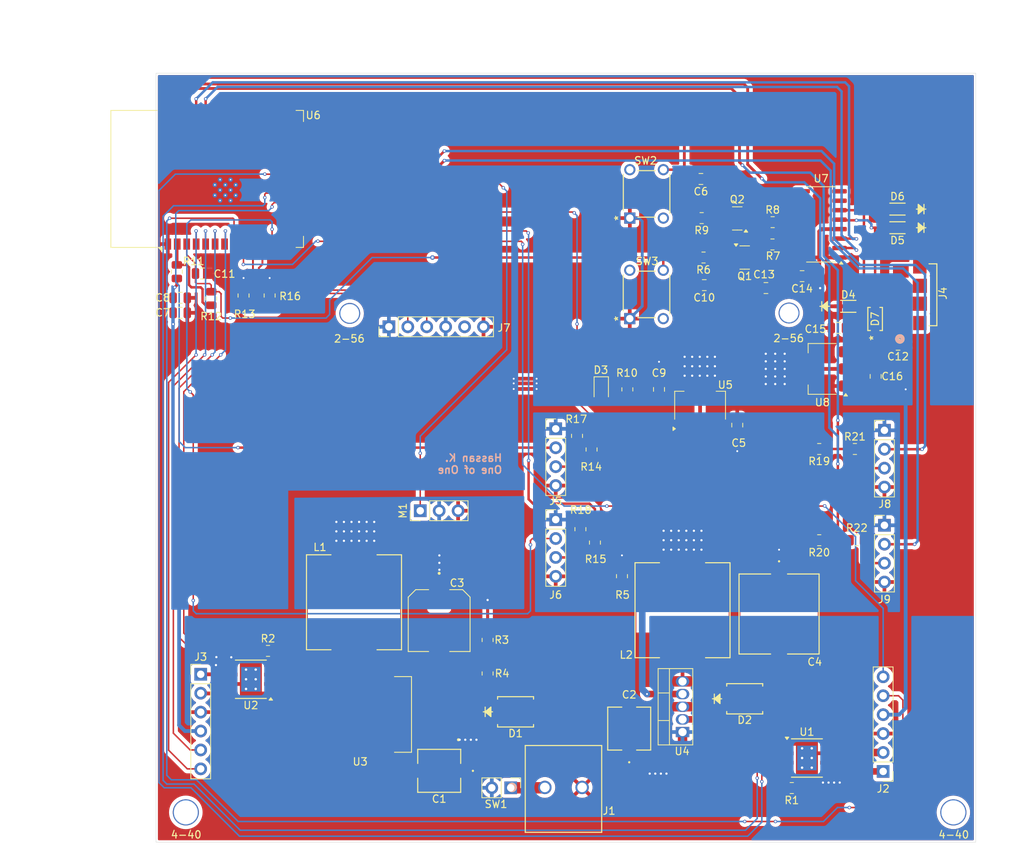
<source format=kicad_pcb>
(kicad_pcb (version 20240108) (generator "pcbnew") (generator_version "8.0")
  (layers (0 "F.Cu" signal) (31 "B.Cu" signal) (34 "B.Paste" user) (35 "F.Paste" user) (36 "B.SilkS" user "B.Silkscreen") (37 "F.SilkS" user "F.Silkscreen") (38 "B.Mask" user) (39 "F.Mask" user) (44 "Edge.Cuts" user))
  (net 0 "")
  (net 1 "5V buck")
  (net 2 "GND")
  (net 3 "/GPIO0")
  (net 4 "VCC_3V3")
  (net 5 "/CHIP_PU")
  (net 6 "Vesp")
  (net 7 "Net-(D1-K)")
  (net 8 "Net-(D2-K)")
  (net 9 "Net-(D3-A)")
  (net 10 "Net-(J2-MOTOR-)")
  (net 11 "/SENSOR1_B")
  (net 12 "/SENSOR1_A")
  (net 13 "Net-(J2-MOTOR_+)")
  (net 14 "Net-(J3-MOTOR_+)")
  (net 15 "/SENSOR2_A")
  (net 16 "/SENSOR2_B")
  (net 17 "Net-(J3-MOTOR-)")
  (net 18 "Net-(J5-Echo)")
  (net 19 "/TRIG3")
  (net 20 "Net-(J6-Echo)")
  (net 21 "/TRIG4")
  (net 22 "/SDA")
  (net 23 "/SCL")
  (net 25 "Net-(J8-Echo)")
  (net 26 "/TRIG2")
  (net 27 "Net-(J9-Echo)")
  (net 28 "/TRIG1")
  (net 29 "/PWM")
  (net 30 "7V buck")
  (net 31 "Net-(Q1-B)")
  (net 32 "Net-(Q1-C)")
  (net 33 "/RTS")
  (net 34 "/DTR")
  (net 35 "Net-(Q2-B)")
  (net 36 "Net-(Q2-C)")
  (net 37 "Net-(U1-ILIM)")
  (net 38 "Net-(U2-ILIM)")
  (net 39 "Net-(U3-FB)")
  (net 40 "ESP_3V3")
  (net 41 "/ECHO3")
  (net 42 "/ECHO4")
  (net 43 "/ECHO2")
  (net 44 "/ECHO1")
  (net 45 "BATT1")
  (net 46 "BATT0")
  (net 47 "/M2_IN2")
  (net 48 "/M2_IN1")
  (net 49 "/M1_IN2")
  (net 50 "/M1_IN1")
  (net 52 "/TX")
  (net 55 "/RX")
  (net 68 "Net-(D5-A2)")
  (net 74 "Net-(D6-A2)")
  (net 76 "VBUS")
  (footprint "Capacitor_SMD:C_0805_2012Metric" (layer "F.Cu") (at 184.7 89 180)
    (property "Reference" "C14")
    (property "Value" "0.1uF")
  )
  (footprint "Connector_PinHeader_2.54mm:PinHeader_1x04_P2.54mm_Vertical" (layer "F.Cu") (at 195.75 109.7)
    (property "Reference" "J8")
    (property "Value" "HC-SR04")
  )
  (footprint "Connector_PinHeader_2.54mm:PinHeader_1x06_P2.54mm_Vertical" (layer "F.Cu") (at 129.25 95.8 90)
    (property "Reference" "J7")
    (property "Value" "CMPS12")
  )
  (footprint "RF_Module:ESP32-S3-WROOM-1" (layer "F.Cu") (at 104.84 75.946 90)
    (property "Reference" "U6")
    (property "Value" "ESP32-S3-WROOM-1")
  )
  (footprint "ZLibrary:ss34" (layer "F.Cu") (at 146.25 147.5)
    (property "Reference" "D1")
    (property "Value" "SS64")
  )
  (footprint "Resistor_SMD:R_0805_2012Metric" (layer "F.Cu") (at 180.725 84.75)
    (property "Reference" "R7")
    (property "Value" "10k")
  )
  (footprint "LED_SMD:LED_0805_2012Metric" (layer "F.Cu") (at 157.75 104.205 -90)
    (property "Reference" "D3")
    (property "Value" "LED")
  )
  (footprint "Resistor_SMD:R_0805_2012Metric" (layer "F.Cu") (at 192.04 124.46)
    (property "Reference" "R22")
    (property "Value" "1.7k")
  )
  (footprint "Package_TO_SOT_THT:TO-220-5_Vertical" (layer "F.Cu") (at 168.656 150.2156 90)
    (property "Reference" "U4")
    (property "Value" "LM2576HVT-5")
  )
  (footprint "Package_TO_SOT_SMD:SOT-23" (layer "F.Cu") (at 176 81.25 180)
    (property "Reference" "Q2")
    (property "Value" "BC817")
  )
  (footprint "Connector_PinHeader_2.54mm:PinHeader_1x04_P2.54mm_Vertical" (layer "F.Cu") (at 195.75 122.452)
    (property "Reference" "J9")
    (property "Value" "HC-SR04")
  )
  (footprint "Capacitor_SMD:C_0805_2012Metric" (layer "F.Cu") (at 165.5 104.205 -90)
    (property "Reference" "C9")
    (property "Value" "10uF")
  )
  (footprint "ZLibrary:CONN_1935310_PXC" (layer "F.Cu") (at 150.1799 157.649999)
    (property "Reference" "J1")
    (property "Value" "BATT")
  )
  (footprint "Resistor_SMD:R_0805_2012Metric" (layer "F.Cu") (at 105.41 92 90)
    (property "Reference" "R12")
    (property "Value" "10K(1%)")
  )
  (footprint "Resistor_SMD:R_0805_2012Metric" (layer "F.Cu") (at 109.75 91.6 90)
    (property "Reference" "R13")
    (property "Value" "4.7k")
  )
  (footprint "Connector_PinHeader_2.54mm:PinHeader_1x02_P2.54mm_Vertical" (layer "F.Cu") (at 145.6 157.7 -90)
    (property "Reference" "SW1")
    (property "Value" "SW_DIP_x01")
  )
  (footprint "Resistor_SMD:R_0805_2012Metric" (layer "F.Cu") (at 183.318 157.734 180)
    (property "Reference" "R1")
    (property "Value" "17k")
  )
  (footprint "Package_SO:Texas_HTSOP-8-1EP_3.9x4.9mm_P1.27mm_EP2.95x4.9mm_Mask2.4x3.1mm_ThermalVias" (layer "F.Cu") (at 185.35 153.7)
    (property "Reference" "U1")
    (property "Value" "DRV8871DDA")
  )
  (footprint "Capacitor_SMD:C_0805_2012Metric" (layer "F.Cu") (at 171.574999 90.205 180)
    (property "Reference" "C10")
    (property "Value" "0.1uF")
  )
  (footprint "Resistor_SMD:R_0805_2012Metric" (layer "F.Cu") (at 187 124.46 180)
    (property "Reference" "R20")
    (property "Value" "3.3k")
  )
  (footprint "MountingHole:MountingHole_2.5mm" (layer "F.Cu") (at 182.95 93.95)
    (property "Reference" "2-56")
    (property "Value" "MountingHole_2.5mm")
  )
  (footprint "Resistor_SMD:R_0805_2012Metric" (layer "F.Cu") (at 100.798 88.4 90)
    (property "Reference" "R11")
    (property "Value" "0(1%)")
  )
  (footprint "Resistor_SMD:R_0805_2012Metric" (layer "F.Cu") (at 154.95 122.975 90)
    (property "Reference" "R18")
    (property "Value" "1.7k")
  )
  (footprint "MountingHole:MountingHole_3.2mm_M3" (layer "F.Cu") (at 102 161)
    (property "Reference" "4-40")
    (property "Value" "MountingHole_3.2mm_M3")
  )
  (footprint "Resistor_SMD:R_0805_2012Metric" (layer "F.Cu") (at 160.528 129.286 -90)
    (property "Reference" "R5")
    (property "Value" "2M")
  )
  (footprint "ZLibrary:IND_DR127_EAT" (layer "F.Cu") (at 124.57 132.79 90)
    (property "Reference" "L1")
    (property "Value" "68uH")
  )
  (footprint "Package_SO:Texas_HTSOP-8-1EP_3.9x4.9mm_P1.27mm_EP2.95x4.9mm_Mask2.4x3.1mm_ThermalVias" (layer "F.Cu") (at 110.729 143.129 180)
    (property "Reference" "U2")
    (property "Value" "DRV8871DDA")
  )
  (footprint "ZLibrary:1N5819HW-7-F_DIO-L" (layer "F.Cu") (at 194.5 94.75 90)
    (property "Reference" "D7")
    (property "Value" "~")
  )
  (footprint "Resistor_SMD:R_0805_2012Metric" (layer "F.Cu") (at 113.25 91.6 90)
    (property "Reference" "R16")
    (property "Value" "4.7k")
  )
  (footprint "Resistor_SMD:R_0805_2012Metric" (layer "F.Cu") (at 142.5 142.35 -90)
    (property "Reference" "R4")
    (property "Value" "1.6k")
  )
  (footprint "Capacitor_SMD:C_0805_2012Metric" (layer "F.Cu") (at 197.574999 98.205)
    (property "Reference" "C12")
    (property "Value" "10uF")
  )
  (footprint "Capacitor_SMD:C_0805_2012Metric" (layer "F.Cu") (at 101.25 93.924)
    (property "Reference" "C7")
    (property "Value" "10uF")
  )
  (footprint "Resistor_SMD:R_0805_2012Metric" (layer "F.Cu") (at 154.5 110.45 90)
    (property "Reference" "R17")
    (property "Value" "1.7k")
  )
  (footprint "Connector_PinHeader_2.54mm:PinHeader_1x06_P2.54mm_Vertical" (layer "F.Cu") (at 104 142.46)
    (property "Reference" "J3")
    (property "Value" "ENCODER")
  )
  (footprint "Package_TO_SOT_SMD:SOT-223-3_TabPin2" (layer "F.Cu") (at 171.013502 106.363 90)
    (property "Reference" "U5")
    (property "Value" "LD1117S33TR_SOT223")
  )
  (footprint "ZLibrary:CAP_E61_CHC-M" (layer "F.Cu") (at 136.0043 155.4226 180)
    (property "Reference" "C1")
    (property "Value" "100uF")
  )
  (footprint "ZLibrary:DiodeZz" (layer "F.Cu") (at 197.5 80 180)
    (property "Reference" "D6")
    (property "Value" "~")
  )
  (footprint "Capacitor_SMD:C_0805_2012Metric" (layer "F.Cu") (at 101.25 91.914)
    (property "Reference" "C8")
    (property "Value" "0.1uF")
  )
  (footprint "Resistor_SMD:R_0805_2012Metric" (layer "F.Cu") (at 161.25 104.205 90)
    (property "Reference" "R10")
    (property "Value" "5.1k(1%)")
  )
  (footprint "Resistor_SMD:R_0805_2012Metric" (layer "F.Cu") (at 180.75 81.75 180)
    (property "Reference" "R8")
    (property "Value" "10k")
  )
  (footprint "Capacitor_SMD:C_0805_2012Metric" (layer "F.Cu") (at 194.574999 102.455 -90)
    (property "Reference" "C16")
    (property "Value" "10uF")
  )
  (footprint "Connector_PinHeader_2.54mm:PinHeader_1x04_P2.54mm_Vertical" (layer "F.Cu") (at 151.638 121.69)
    (property "Reference" "J6")
    (property "Value" "HC-SR04")
  )
  (footprint "Resistor_SMD:R_0805_2012Metric" (layer "F.Cu") (at 171.225 81.205 180)
    (property "Reference" "R9")
    (property "Value" "0(1%)")
  )
  (footprint "Resistor_SMD:R_0805_2012Metric" (layer "F.Cu") (at 171.475 86.5 180)
    (property "Reference" "R6")
    (property "Value" "0(1%)")
  )
  (footprint "Resistor_SMD:R_0805_2012Metric" (layer "F.Cu") (at 156.45 112.275 -90)
    (property "Reference" "R14")
    (property "Value" "3.3k")
  )
  (footprint "Capacitor_SMD:C_0805_2012Metric" (layer "F.Cu") (at 189.574999 95.955 180)
    (property "Reference" "C15")
    (property "Value" "0.1uF")
  )
  (footprint "ZLibrary:switch" (layer "F.Cu") (at 166.074999 88.205 90)
    (property "Reference" "SW3")
    (property "Value" "SW_SPST")
  )
  (footprint "Capacitor_SMD:C_0805_2012Metric" (layer "F.Cu") (at 171.124999 75.955 180)
    (property "Reference" "C6")
    (property "Value" "0.1uF")
  )
  (footprint "Resistor_SMD:R_0805_2012Metric" (layer "F.Cu") (at 113.03 139.319)
    (property "Reference" "R2")
    (property "Value" "17k")
  )
  (footprint "ZLibrary:ss34" (layer "F.Cu") (at 177 145.75)
    (property "Reference" "D2")
    (property "Value" "SS34")
  )
  (footprint "Resistor_SMD:R_0805_2012Metric" (layer "F.Cu") (at 156.9 124.775 -90)
    (property "Reference" "R15")
    (property "Value" "3.3k")
  )
  (footprint "MountingHole:MountingHole_2.5mm" (layer "F.Cu") (at 124 94)
    (property "Reference" "2-56")
    (property "Value" "MountingHole_2.5mm")
  )
  (footprint "Connector_PinHeader_2.54mm:PinHeader_1x06_P2.54mm_Vertical" (layer "F.Cu") (at 195.58 155.5 180)
    (property "Reference" "J2")
    (property "Value" "ENCODER")
  )
  (footprint "ZLibrary:DiodeZz" (layer "F.Cu") (at 197.5 82.5 180)
    (property "Reference" "D5")
    (property "Value" "~")
  )
  (footprint "Resistor_SMD:R_0805_2012Metric" (layer "F.Cu") (at 187 112.208 180)
    (property "Reference" "R19")
    (property "Value" "3.3k")
  )
  (footprint "ZLibrary:DR127" (layer "F.Cu") (at 168.656 133.858 90)
    (property "Reference" "L2")
    (property "Value" "100uH")
  )
  (footprint "ZLibrary:Micro_Usb" (layer "F.Cu") (at 200.028899 91.5 90)
    (property "Reference" "J4")
    (property "Value" "USB_B_Micro")
  )
  (footprint "MountingHole:MountingHole_3.2mm_M3" (layer "F.Cu") (at 205 161)
    (property "Reference" "4-40")
    (property "Value" "MountingHole_3.2mm_M3")
  )
  (footprint "Resistor_SMD:R_0805_2012Metric" (layer "F.Cu") (at 142.5 137.85 90)
    (property "Reference" "R3")
    (property "Value" "7.5k")
  )
  (footprint "Capacitor_SMD:C_0805_2012Metric" (layer "F.Cu") (at 176 109 90)
    (property "Reference" "C5")
    (property "Value" "0.1uF")
  )
  (footprint "Package_SO:SOIC-16_3.9x9.9mm_P1.27mm" (layer "F.Cu") (at 187.25 82.05 180)
    (property "Reference" "U7")
    (property "Value" "CH340C")
  )
  (footprint "Capacitor_SMD:C_0805_2012Metric" (layer "F.Cu") (at 104.25 88.646)
    (property "Reference" "C11")
    (property "Value" "1uF")
  )
  (footprint "Connector_PinHeader_2.54mm:PinHeader_1x04_P2.54mm_Vertical" (layer "F.Cu") (at 151.638 109.5)
    (property "Reference" "J5")
    (property "Value" "HC-SR04")
  )
  (footprint "Capacitor_SMD:C_0805_2012Metric" (layer "F.Cu") (at 179.85 90.6 180)
    (property "Reference" "C13")
    (property "Value" "0.1uF")
  )
  (footprint "ZLibrary:CAP_E61_CHC-M" (layer "F.Cu") (at 161.5 149.75 90)
    (property "Reference" "C2")
    (property "Value" "100uF")
  )
  (footprint "Connector_PinHeader_2.54mm:PinHeader_1x03_P2.54mm_Vertical" (layer "F.Cu") (at 133.46 120.5 90)
    (property "Reference" "M1")
    (property "Value" "Motor_Servo")
  )
  (footprint "Package_TO_SOT_SMD:SOT-23" (layer "F.Cu") (at 177 86.5)
    (property "Reference" "Q1")
    (property "Value" "BC817")
  )
  (footprint "ZLibrary:CAP_APXG160ARA331MH70G" (layer "F.Cu") (at 136 135.25 -90)
    (property "Reference" "C3")
    (property "Value" "330uF")
  )
  (footprint "ZLibrary:VREG_TPS79625KTTR" (layer "F.Cu") (at 125.3815 147.85 180)
    (property "Reference" "U3")
    (property "Value" "LM2576S-ADJ")
  )
  (footprint "ZLibrary:CAP_A768MS_KEM-M" (layer "F.Cu") (at 181.61 134.366 -90)
    (property "Reference" "C4")
    (property "Value" "1000uF")
  )
  (footprint "Resistor_SMD:R_0805_2012Metric" (layer "F.Cu") (at 191.786 112.208)
    (property "Reference" "R21")
    (property "Value" "1.7k")
  )
  (footprint "ZLibrary:switch" (layer "F.Cu") (at 166.085599 74.705 90)
    (property "Reference" "SW2")
    (property "Value" "SW_SPST")
  )
  (footprint "Package_TO_SOT_SMD:SOT-223-3_TabPin2" (layer "F.Cu") (at 187.424999 101.455 180)
    (property "Reference" "U8")
    (property "Value" "LD1117S33TR_SOT223")
  )
  (footprint "ZLibrary:DiodeZz" (layer "F.Cu") (at 190.9 93.05)
    (property "Reference" "D4")
    (property "Value" "~")
  )
  (gr_rect (start 98 61.75) (end 208 165) (stroke (width 0.05)) (fill none) (layer "Edge.Cuts"))
  (gr_text "Hassan K.\nOne of One" (at 144.55 115.6 0) (layer "B.SilkS") (effects (font (size 1 1) (thickness 0.2) (bold yes)) (justify left bottom mirror)))
  (segment (start 173.313502 110.813502) (end 173.5 111) (width 0.508) (layer "F.Cu") (net 1))
  (segment (start 160.528 126.492) (end 160.528 128.3735) (width 0.508) (layer "F.Cu") (net 1))
  (segment (start 176 112.5) (end 176 111) (width 0.508) (layer "F.Cu") (net 1))
  (segment (start 173.5 111) (end 176 111) (width 0.508) (layer "F.Cu") (net 1))
  (segment (start 181.61 125.73) (end 181.61 130.7084) (width 1.016) (layer "F.Cu") (net 1))
  (segment (start 176 111) (end 176 109.95) (width 0.508) (layer "F.Cu") (net 1))
  (segment (start 163.8898 145.1102) (end 168.656 145.1102) (width 0.889) (layer "F.Cu") (net 1))
  (segment (start 173.313502 109.513) (end 173.313502 110.813502) (width 0.508) (layer "F.Cu") (net 1))
  (via (at 168.148 125.73) (size 0.6) (drill 0.3) (layers "F.Cu" "B.Cu") (net 1))
  (via (at 163.8898 145.1102) (size 0.4572) (drill 0.254) (layers "F.Cu" "B.Cu") (net 1))
  (via (at 167.132 123.19) (size 0.6) (drill 0.3) (layers "F.Cu" "B.Cu") (net 1))
  (via (at 181.61 125.73) (size 0.4572) (drill 0.254) (layers "F.Cu" "B.Cu") (net 1))
  (via (at 170.18 125.73) (size 0.6) (drill 0.3) (layers "F.Cu" "B.Cu") (net 1))
  (via (at 166.116 124.46) (size 0.6) (drill 0.3) (layers "F.Cu" "B.Cu") (net 1))
  (via (at 176 112.5) (size 0.4572) (drill 0.254) (layers "F.Cu" "B.Cu") (net 1))
  (via (at 168.148 124.46) (size 0.6) (drill 0.3) (layers "F.Cu" "B.Cu") (net 1))
  (via (at 170.18 123.19) (size 0.6) (drill 0.3) (layers "F.Cu" "B.Cu") (net 1))
  (via (at 169.164 123.19) (size 0.6) (drill 0.3) (layers "F.Cu" "B.Cu") (net 1))
  (via (at 168.148 123.19) (size 0.6) (drill 0.3) (layers "F.Cu" "B.Cu") (net 1))
  (via (at 167.132 125.73) (size 0.6) (drill 0.3) (layers "F.Cu" "B.Cu") (net 1))
  (via (at 171.196 125.73) (size 0.6) (drill 0.3) (layers "F.Cu" "B.Cu") (net 1))
  (via (at 170.18 124.46) (size 0.6) (drill 0.3) (layers "F.Cu" "B.Cu") (net 1))
  (via (at 167.132 124.46) (size 0.6) (drill 0.3) (layers "F.Cu" "B.Cu") (net 1))
  (via (at 171.196 124.46) (size 0.6) (drill 0.3) (layers "F.Cu" "B.Cu") (net 1))
  (via (at 169.164 124.46) (size 0.6) (drill 0.3) (layers "F.Cu" "B.Cu") (net 1))
  (via (at 171.196 123.19) (size 0.6) (drill 0.3) (layers "F.Cu" "B.Cu") (net 1))
  (via (at 160.528 126.492) (size 0.4572) (drill 0.254) (layers "F.Cu" "B.Cu") (net 1))
  (via (at 169.164 125.73) (size 0.6) (drill 0.3) (layers "F.Cu" "B.Cu") (net 1))
  (via (at 166.116 123.19) (size 0.6) (drill 0.3) (layers "F.Cu" "B.Cu") (net 1))
  (via (at 166.116 125.73) (size 0.6) (drill 0.3) (layers "F.Cu" "B.Cu") (net 1))
  (segment (start 163.25 144.4704) (end 163.25 134) (width 0.889) (layer "B.Cu") (net 1))
  (segment (start 163.25 134) (end 163.25 133.25) (width 0.889) (layer "B.Cu") (net 1))
  (segment (start 163.8898 145.1102) (end 163.25 144.4704) (width 0.889) (layer "B.Cu") (net 1))
  (segment (start 168.656 146.812) (end 166.688 146.812) (width 1.27) (layer "F.Cu") (net 2))
  (segment (start 197.824999 90.2) (end 196.2 90.2) (width 0.381) (layer "F.Cu") (net 2))
  (segment (start 178.6764 145.75) (end 180.75 145.75) (width 1.397) (layer "F.Cu") (net 2))
  (segment (start 181.61 138.0236) (end 181.61 141.89) (width 1.397) (layer "F.Cu") (net 2))
  (segment (start 168.656 143.4084) (end 170.4084 143.4084) (width 1.397) (layer "F.Cu") (net 2))
  (segment (start 168.656 146.812) (end 170.438 146.812) (width 1.27) (layer "F.Cu") (net 2))
  (segment (start 166.75 143.4084) (end 168.656 143.4084) (width 1.397) (layer "F.Cu") (net 2))
  (segment (start 163.25 93.029999) (end 163.25 81.65) (width 0.381) (layer "B.Cu") (net 2))
  (segment (start 163.25 81.65) (end 162.805001 81.205001) (width 0.381) (layer "B.Cu") (net 2))
  (segment (start 162.805001 81.205001) (end 161.585598 81.205001) (width 0.381) (layer "B.Cu") (net 2))
  (segment (start 161.574998 94.705001) (end 163.25 93.029999) (width 0.381) (layer "B.Cu") (net 2))
  (segment (start 170.3125 76.092501) (end 170.174999 75.955) (width 0.3302) (layer "F.Cu") (net 3))
  (segment (start 168.1 64.9) (end 116.3 64.9) (width 0.381) (layer "F.Cu") (net 3))
  (segment (start 169.705 74.705) (end 168.9 74.705) (width 0.3302) (layer "F.Cu") (net 3))
  (segment (start 168.9 65.7) (end 168.1 64.9) (width 0.381) (layer "F.Cu") (net 3))
  (segment (start 168.9 74.705) (end 166.085599 74.705) (width 0.3302) (layer "F.Cu") (net 3))
  (segment (start 168.9 74.705) (end 168.9 65.7) (width 0.381) (layer "F.Cu") (net 3))
  (segment (start 116.09 65.11) (end 116.09 67.196) (width 0.381) (layer "F.Cu") (net 3))
  (segment (start 116.3 64.9) (end 116.09 65.11) (width 0.381) (layer "F.Cu") (net 3))
  (segment (start 170.174999 75.955) (end 170.174999 75.174999) (width 0.3302) (layer "F.Cu") (net 3))
  (segment (start 170.174999 75.174999) (end 169.705 74.705) (width 0.3302) (layer "F.Cu") (net 3))
  (segment (start 170.3125 81.205) (end 170.3125 76.092501) (width 0.3302) (layer "F.Cu") (net 3))
  (segment (start 149.075 104.15) (end 146 104.15) (width 0.508) (layer "F.Cu") (net 4))
  (segment (start 100.798 90.214) (end 100.798 89.3125) (width 0.4064) (layer "F.Cu") (net 4))
  (segment (start 146 102.775) (end 149.075 102.775) (width 0.508) (layer "F.Cu") (net 4))
  (segment (start 197.555 101.505) (end 194.574999 101.505) (width 0.508) (layer "F.Cu") (net 4))
  (segment (start 100.506 90.506) (end 100.798 90.214) (width 0.381) (layer "F.Cu") (net 4))
  (segment (start 161.25 103.2925) (end 161.25 102.25) (width 0.508) (layer "F.Cu") (net 4))
  (segment (start 198.6 102.55) (end 197.555 101.505) (width 0.508) (layer "F.Cu") (net 4))
  (segment (start 187.315 82.685) (end 189.725 82.685) (width 0.508) (layer "F.Cu") (net 4))
  (segment (start 161.25 102.25) (end 161.5 102) (width 0.508) (layer "F.Cu") (net 4))
  (segment (start 187 83) (end 187.315 82.685) (width 0.508) (layer "F.Cu") (net 4))
  (segment (start 165.5 102) (end 165.5 103.255) (width 0.508) (layer "F.Cu") (net 4))
  (segment (start 184.274999 101.455) (end 194.524999 101.455) (width 0.508) (layer "F.Cu") (net 4))
  (segment (start 171.013502 109.513) (end 171.013502 103.213) (width 0.508) (layer "F.Cu") (net 4))
  (segment (start 186.5 89) (end 187 88.5) (width 0.508) (layer "F.Cu") (net 4))
  (segment (start 100.3 91.914) (end 100.3 90.712) (width 0.381) (layer "F.Cu") (net 4))
  (segment (start 185.65 89) (end 186.5 89) (width 0.508) (layer "F.Cu") (net 4))
  (segment (start 165.5 102) (end 161.5 102) (width 0.508) (layer "F.Cu") (net 4))
  (segment (start 146 103.4) (end 149.075 103.4) (width 0.508) (layer "F.Cu") (net 4))
  (segment (start 180.825 90.625) (end 185.635001 90.625) (width 0.508) (layer "F.Cu") (net 4))
  (segment (start 185.635001 90.625) (end 185.65 90.610001) (width 0.508) (layer "F.Cu") (net 4))
  (segment (start 100.3 93.924) (end 100.3 91.914) (width 0.381) (layer "F.Cu") (net 4))
  (segment (start 100.3 93.924) (end 100.3 95.444) (width 0.381) (layer "F.Cu") (net 4))
  (segment (start 165.5 100.5) (end 165.5 102) (width 0.508) (layer "F.Cu") (net 4))
  (segment (start 187 88.5) (end 187 83) (width 0.508) (layer "F.Cu") (net 4))
  (segment (start 194.524999 101.455) (end 194.574999 101.505) (width 0.508) (layer "F.Cu") (net 4))
  (segment (start 184.775 86.495) (end 187 86.495) (width 0.508) (layer "F.Cu") (net 4))
  (segment (start 100.3 90.712) (end 100.506 90.506) (width 0.381) (layer "F.Cu") (net 4))
  (segment (start 185.65 90.610001) (end 185.65 89) (width 0.508) (layer "F.Cu") (net 4))
  (segment (start 187.125001 90.610001) (end 185.65 90.610001) (width 0.508) (layer "F.Cu") (net 4))
  (segment (start 180.8 90.6) (end 180.825 90.625) (width 0.508) (layer "F.Cu") (net 4))
  (segment (start 198.6 104.2) (end 198.6 102.55) (width 0.508) (layer "F.Cu") (net 4))
  (segment (start 113.25 89.25) (end 113.25 90.6875) (width 0.4064) (layer "F.Cu") (net 4))
  (segment (start 109.75 89.25) (end 109.75 90.6875) (width 0.4064) (layer "F.Cu") (net 4))
  (via (at 181.094999 103.487) (size 0.6) (drill 0.3) (layers "F.Cu" "B.Cu") (net 4))
  (via (at 171.984 99.83) (size 0.6) (drill 0.3) (layers "F.Cu" "B.Cu") (net 4))
  (via (at 173 102.37) (size 0.6) (drill 0.3) (layers "F.Cu" "B.Cu") (net 4))
  (via (at 113.25 89.25) (size 0.4572) (drill 0.254) (layers "F.Cu" "B.Cu") (net 4))
  (via (at 100.506 90.506) (size 0.4572) (drill 0.254) (layers "F.Cu" "B.Cu") (net 4))
  (via (at 179.824999 103.487) (size 0.6) (drill 0.3) (layers "F.Cu" "B.Cu") (net 4))
  (via (at 169.952 101.1) (size 0.6) (drill 0.3) (layers "F.Cu" "B.Cu") (net 4))
  (via (at 170.968 102.37) (size 0.6) (drill 0.3) (layers "F.Cu" "B.Cu") (net 4))
  (via (at 149.075 103.4) (size 0.4572) (drill 0.254) (layers "F.Cu" "B.Cu") (net 4))
  (via (at 182.364999 101.455) (size 0.6) (drill 0.3) (layers "F.Cu" "B.Cu") (net 4))
  (via (at 173 101.1) (size 0.6) (drill 0.3) (layers "F.Cu" "B.Cu") (net 4))
  (via (at 149.075 102.775) (size 0.4572) (drill 0.254) (layers "F.Cu" "B.Cu") (net 4))
  (via (at 109.75 89.25) (size 0.4572) (drill 0.254) (layers "F.Cu" "B.Cu") (net 4))
  (via (at 146 103.4) (size 0.4572) (drill 0.254) (layers "F.Cu" "B.Cu") (net 4))
  (via (at 179.824999 101.455) (size 0.6) (drill 0.3) (layers "F.Cu" "B.Cu") (net 4))
  (via (at 182.364999 102.471) (size 0.6) (drill 0.3) (layers "F.Cu" "B.Cu") (net 4))
  (via (at 165.5 100.5) (size 0.4572) (drill 0.254) (layers "F.Cu" "B.Cu") (net 4))
  (via (at 146 102.775) (size 0.4572) (drill 0.254) (layers "F.Cu" "B.Cu") (net 4))
  (via (at 182.364999 99.423) (size 0.6) (drill 0.3) (layers "F.Cu" "B.Cu") (net 4))
  (via (at 179.824999 99.423) (size 0.6) (drill 0.3) (layers "F.Cu" "B.Cu") (net 4))
  (via (at 169.952 102.37) (size 0.6) (drill 0.3) (layers "F.Cu" "B.Cu") (net 4))
  (via (at 181.094999 99.423) (size 0.6) (drill 0.3) (layers "F.Cu" "B.Cu") (net 4))
  (via (at 179.824999 102.471) (size 0.6) (drill 0.3) (layers "F.Cu" "B.Cu") (net 4))
  (via (at 168.936 101.1) (size 0.6) (drill 0.3) (layers "F.Cu" "B.Cu") (net 4))
  (via (at 181.094999 102.471) (size 0.6) (drill 0.3) (layers "F.Cu" "B.Cu") (net 4))
  (via (at 170.968 101.1) (size 0.6) (drill 0.3) (layers "F.Cu" "B.Cu") (net 4))
  (via (at 182.364999 100.439) (size 0.6) (drill 0.3) (layers "F.Cu" "B.Cu") (net 4))
  (via (at 171.984 101.1) (size 0.6) (drill 0.3) (layers "F.Cu" "B.Cu") (net 4))
  (via (at 170.968 99.83) (size 0.6) (drill 0.3) (layers "F.Cu" "B.Cu") (net 4))
  (via (at 181.094999 100.439) (size 0.6) (drill 0.3) (layers "F.Cu" "B.Cu") (net 4))
  (via (at 198.6 104.2) (size 0.4572) (drill 0.254) (layers "F.Cu" "B.Cu") (net 4))
  (via (at 168.936 102.37) (size 0.6) (drill 0.3) (layers "F.Cu" "B.Cu") (net 4))
  (via (at 182.364999 103.487) (size 0.6) (drill 0.3) (layers "F.Cu" "B.Cu") (net 4))
  (via (at 149.075 104.15) (size 0.4572) (drill 0.254) (layers "F.Cu" "B.Cu") (net 4))
  (via (at 187.125001 90.610001) (size 0.6) (drill 0.3) (layers "F.Cu" "B.Cu") (net 4))
  (via (at 171.984 102.37) (size 0.6) (drill 0.3) (layers "F.Cu" "B.Cu") (net 4))
  (via (at 181.094999 101.455) (size 0.6) (drill 0.3) (layers "F.Cu" "B.Cu") (net 4))
  (via (at 146 104.15) (size 0.4572) (drill 0.254) (layers "F.Cu" "B.Cu") (net 4))
  (via (at 173 99.83) (size 0.6) (drill 0.3) (layers "F.Cu" "B.Cu") (net 4))
  (via (at 169.952 99.83) (size 0.6) (drill 0.3) (layers "F.Cu" "B.Cu") (net 4))
  (via (at 168.936 99.83) (size 0.6) (drill 0.3) (layers "F.Cu" "B.Cu") (net 4))
  (via (at 179.824999 100.439) (size 0.6) (drill 0.3) (layers "F.Cu" "B.Cu") (net 4))
  (via (at 100.3 95.444) (size 0.4572) (drill 0.254) (layers "F.Cu" "B.Cu") (net 4))
  (segment (start 101.1 149.3) (end 101.1 133.3) (width 0.508) (layer "B.Cu") (net 4))
  (segment (start 104 150.08) (end 101.88 150.08) (width 0.508) (layer "B.Cu") (net 4))
  (segment (start 101.88 150.08) (end 101.1 149.3) (width 0.508) (layer "B.Cu") (net 4))
  (segment (start 197.72 147.88) (end 195.58 147.88) (width 0.508) (layer "B.Cu") (net 4))
  (segment (start 198.6 104.2) (end 198.6 147) (width 0.508) (layer "B.Cu") (net 4))
  (segment (start 198.6 147) (end 197.72 147.88) (width 0.508) (layer "B.Cu") (net 4))
  (segment (start 102.12 86.118) (end 102.743 86.741) (width 0.2) (layer "F.Cu") (net 5))
  (segment (start 166.1 86.5) (end 166.074999 86.525001) (width 0.3302) (layer "F.Cu") (net 5))
  (segment (start 103.3 89.838) (end 103.3 87.298) (width 0.2) (layer "F.Cu") (net 5))
  (segment (start 107.975 94.625) (end 106.95 94.625) (width 0.2032) (layer "F.Cu") (net 5))
  (segment (start 105.41 90.21) (end 105.2 90) (width 0.2032) (layer "F.Cu") (net 5))
  (segment (start 105.2 90) (end 104.351 90) (width 0.2032) (layer "F.Cu") (net 5))
  (segment (start 106.95 94.625) (end 106.725 94.4) (width 0.2032) (layer "F.Cu") (net 5))
  (segment (start 106.75 91.375) (end 106.4625 91.0875) (width 0.2032) (layer "F.Cu") (net 5))
  (segment (start 106.4625 91.0875) (end 105.41 91.0875) (width 0.2032) (layer "F.Cu") (net 5))
  (segment (start 104.351 90) (end 103.462 90) (width 0.2) (layer "F.Cu") (net 5))
  (segment (start 102.12 84.696) (end 102.12 86.118) (width 0.2) (layer "F.Cu") (net 5))
  (segment (start 106.725 94.4) (end 106.725 91.4) (width 0.2032) (layer "F.Cu") (net 5))
  (segment (start 170.5625 90.142501) (end 170.624999 90.205) (width 0.3302) (layer "F.Cu") (net 5))
  (segment (start 166.074999 86.525001) (end 166.074999 88.205) (width 0.3302) (layer "F.Cu") (net 5))
  (segment (start 135.1 86.5) (end 170.5625 86.5) (width 0.3302) (layer "F.Cu") (net 5))
  (segment (start 106.725 91.4) (end 106.75 91.375) (width 0.2032) (layer "F.Cu") (net 5))
  (segment (start 103.3 87.298) (end 102.743 86.741) (width 0.2) (layer "F.Cu") (net 5))
  (segment (start 105.41 91.0875) (end 105.41 90.21) (width 0.2032) (layer "F.Cu") (net 5))
  (segment (start 103.462 90) (end 103.3 89.838) (width 0.2) (layer "F.Cu") (net 5))
  (segment (start 170.5625 86.5) (end 170.5625 90.142501) (width 0.3302) (layer "F.Cu") (net 5))
  (via (at 135.1 86.5) (size 0.6) (drill 0.3) (layers "F.Cu" "B.Cu") (net 5))
  (via (at 107.975 94.625) (size 0.4572) (drill 0.254) (layers "F.Cu" "B.Cu") (net 5))
  (segment (start 121.3 94.15) (end 120.825 94.625) (width 0.2032) (layer "B.Cu") (net 5))
  (segment (start 135.1 86.5) (end 127 86.5) (width 0.2032) (layer "B.Cu") (net 5))
  (segment (start 120.825 94.625) (end 107.975 94.625) (width 0.2032) (layer "B.Cu") (net 5))
  (segment (start 127 86.5) (end 121.3 92.2) (width 0.2032) (layer "B.Cu") (net 5))
  (segment (start 121.3 92.2) (end 121.3 94.15) (width 0.2032) (layer "B.Cu") (net 5))
  (segment (start 192.455 95.955) (end 192.75 96.25) (width 0.508) (layer "F.Cu") (net 6))
  (segment (start 192.75 99.155) (end 190.574999 99.155) (width 0.508) (layer "F.Cu") (net 6))
  (segment (start 196.624999 98.205) (end 195.674999 99.155) (width 0.508) (layer "F.Cu") (net 6))
  (segment (start 194.5 99.155) (end 192.75 99.155) (width 0.508) (layer "F.Cu") (net 6))
  (segment (start 192.75 96.25) (end 192.75 99.155) (width 0.508) (layer "F.Cu") (net 6))
  (segment (start 194.5 96.421) (end 194.5 99.155) (width 0.508) (layer "F.Cu") (net 6))
  (segment (start 195.674999 99.155) (end 194.5 99.155) (width 0.508) (layer "F.Cu") (net 6))
  (segment (start 190.524999 95.955) (end 192.455 95.955) (width 0.508) (layer "F.Cu") (net 6))
  (segment (start 124.57 140.07) (end 125.5 141) (width 1.397) (layer "F.Cu") (net 7))
  (segment (start 124.57 138.72725) (end 124.57 140.07) (width 1.397) (layer "F.Cu") (net 7))
  (segment (start 131.5 148.5) (end 132.55 149.55) (width 1.397) (layer "F.Cu") (net 7))
  (segment (start 125.5 141) (end 130.75 141) (width 1.397) (layer "F.Cu") (net 7))
  (segment (start 130.75 141) (end 131.5 141.75) (width 1.397) (layer "F.Cu") (net 7))
  (segment (start 141.5 147.5) (end 139.45 149.55) (width 1.397) (layer "F.Cu") (net 7))
  (segment (start 139.45 149.55) (end 135.9815 149.55) (width 1.397) (layer "F.Cu") (net 7))
  (segment (start 144.5736 147.5) (end 141.5 147.5) (width 1.397) (layer "F.Cu") (net 7))
  (segment (start 132.55 149.55) (end 135.9815 149.55) (width 1.397) (layer "F.Cu") (net 7))
  (segment (start 131.5 141.75) (end 131.5 148.5) (width 1.397) (layer "F.Cu") (net 7))
  (segment (start 173.25 139.3594) (end 173.25 147.3098) (width 0.889) (layer "F.Cu") (net 8))
  (segment (start 172.727 138.8364) (end 173.25 139.3594) (width 0.889) (layer "F.Cu") (net 8))
  (segment (start 172.046 148.5138) (end 168.656 148.5138) (width 0.889) (layer "F.Cu") (net 8))
  (segment (start 168.656 138.8364) (end 172.727 138.8364) (width 0.889) (layer "F.Cu") (net 8))
  (segment (start 173.25 147.3098) (end 172.046 148.5138) (width 0.889) (layer "F.Cu") (net 8))
  (segment (start 173.25 145.75) (end 175.3236 145.75) (width 0.889) (layer "F.Cu") (net 8))
  (segment (start 157.775 105.1175) (end 157.75 105.1425) (width 0.3302) (layer "F.Cu") (net 9))
  (segment (start 161.25 105.1175) (end 157.775 105.1175) (width 0.3302) (layer "F.Cu") (net 9))
  (segment (start 192.295 151.795) (end 188.225 151.795) (width 1.016) (layer "F.Cu") (net 10))
  (segment (start 195.58 152.96) (end 193.46 152.96) (width 1.016) (layer "F.Cu") (net 10))
  (segment (start 193.46 152.96) (end 192.295 151.795) (width 1.016) (layer "F.Cu") (net 10))
  (segment (start 100.33 120.67) (end 100.33 150.368) (width 0.2032) (layer "F.Cu") (net 11))
  (segment (start 100.33 150.368) (end 102.582 152.62) (width 0.2032) (layer "F.Cu") (net 11))
  (segment (start 104.648 84.684) (end 104.66 84.696) (width 0.2) (layer "F.Cu") (net 11))
  (segment (start 100.33 103.759) (end 104.521 99.568) (width 0.2) (layer "F.Cu") (net 11))
  (segment (start 104.648 82.931) (end 104.648 84.684) (width 0.2) (layer "F.Cu") (net 11))
  (segment (start 100.33 120.67) (end 100.33 103.759) (width 0.2) (layer "F.Cu") (net 11))
  (segment (start 102.582 152.62) (end 104 152.62) (width 0.2032) (layer "F.Cu") (net 11))
  (via (at 104.648 82.931) (size 0.4572) (drill 0.254) (layers "F.Cu" "B.Cu") (net 11))
  (via (at 104.521 99.568) (size 0.4572) (drill 0.254) (layers "F.Cu" "B.Cu") (net 11))
  (segment (start 104.648 82.931) (end 104.648 99.441) (width 0.2) (layer "B.Cu") (net 11))
  (segment (start 104.648 99.441) (end 104.521 99.568) (width 0.2) (layer "B.Cu") (net 11))
  (segment (start 102.201 155.16) (end 104 155.16) (width 0.2032) (layer "F.Cu") (net 12))
  (segment (start 103.39 82.943) (end 103.378 82.931) (width 0.2) (layer "F.Cu") (net 12))
  (segment (start 103.39 84.696) (end 103.39 82.943) (width 0.2) (layer "F.Cu") (net 12))
  (segment (start 99.695 103.251) (end 99.695 152.654) (width 0.2032) (layer "F.Cu") (net 12))
  (segment (start 99.695 152.654) (end 102.201 155.16) (width 0.2032) (layer "F.Cu") (net 12))
  (segment (start 99.695 103.251) (end 103.378 99.568) (width 0.2) (layer "F.Cu") (net 12))
  (via (at 103.378 99.568) (size 0.4572) (drill 0.254) (layers "F.Cu" "B.Cu") (net 12))
  (via (at 103.378 82.931) (size 0.4572) (drill 0.254) (layers "F.Cu" "B.Cu") (net 12))
  (segment (start 103.378 82.931) (end 103.378 99.568) (width 0.2) (layer "B.Cu") (net 12))
  (segment (start 192.5 155.5) (end 195.58 155.5) (width 0.889) (layer "F.Cu") (net 13))
  (segment (start 188.225 154.335) (end 191.335 154.335) (width 0.889) (layer "F.Cu") (net 13))
  (segment (start 191.335 154.335) (end 192.5 155.5) (width 0.889) (layer "F.Cu") (net 13))
  (segment (start 104 142.46) (end 107.82 142.46) (width 0.508) (layer "F.Cu") (net 14))
  (segment (start 107.82 142.46) (end 107.854 142.494) (width 0.2) (layer "F.Cu") (net 14))
  (segment (start 147.025 84.325) (end 119.75 84.325) (width 0.2032) (layer "F.Cu") (net 15))
  (segment (start 187.725 119.85) (end 187.7 119.875) (width 0.2032) (layer "F.Cu") (net 15))
  (segment (start 109.74 84.696) (end 109.74 87.41) (width 0.2032) (layer "F.Cu") (net 15))
  (segment (start 187.7 119.875) (end 158.5 119.875) (width 0.2032) (layer "F.Cu") (net 15))
  (segment (start 147.2 84.725) (end 147.2 84.5) (width 0.2032) (layer "F.Cu") (net 15))
  (segment (start 147.2 84.5) (end 147.025 84.325) (width 0.2032) (layer "F.Cu") (net 15))
  (segment (start 119.75 84.325) (end 119.725 84.3) (width 0.2032) (layer "F.Cu") (net 15))
  (segment (start 109.74 87.41) (end 109.725 87.425) (width 0.2032) (layer "F.Cu") (net 15))
  (via (at 147.2 84.725) (size 0.4572) (drill 0.254) (layers "F.Cu" "B.Cu") (net 15))
  (via (at 109.725 87.425) (size 0.4572) (drill 0.254) (layers "F.Cu" "B.Cu") (net 15))
  (via (at 119.725 84.3) (size 0.4572) (drill 0.254) (layers "F.Cu" "B.Cu") (net 15))
  (via (at 187.725 119.85) (size 0.4572) (drill 0.254) (layers "F.Cu" "B.Cu") (net 15))
  (via (at 158.5 119.875) (size 0.4572) (drill 0.254) (layers "F.Cu" "B.Cu") (net 15))
  (segment (start 191.875 124) (end 187.725 119.85) (width 0.2032) (layer "B.Cu") (net 15))
  (segment (start 119.725 84.3) (end 119.45 84.3) (width 0.2032) (layer "B.Cu") (net 15))
  (segment (start 116.325 87.425) (end 109.725 87.425) (width 0.2032) (layer "B.Cu") (net 15))
  (segment (start 119.45 84.3) (end 116.325 87.425) (width 0.2032) (layer "B.Cu") (net 15))
  (segment (start 152.764391 119.875) (end 147.2 114.310609) (width 0.2032) (layer "B.Cu") (net 15))
  (segment (start 195.58 142.8) (end 195.58 133.605) (width 0.2032) (layer "B.Cu") (net 15))
  (segment (start 158.5 119.875) (end 152.764391 119.875) (width 0.2032) (layer "B.Cu") (net 15))
  (segment (start 147.2 114.310609) (end 147.2 84.725) (width 0.2032) (layer "B.Cu") (net 15))
  (segment (start 191.875 129.9) (end 191.875 124) (width 0.2032) (layer "B.Cu") (net 15))
  (segment (start 195.58 133.605) (end 191.875 129.9) (width 0.2032) (layer "B.Cu") (net 15))
  (segment (start 197.2 160.35) (end 191.05 160.35) (width 0.2032) (layer "F.Cu") (net 16))
  (segment (start 198.225 159.325) (end 197.6 159.95) (width 0.2032) (layer "F.Cu") (net 16))
  (segment (start 195.58 145.34) (end 197.64 145.34) (width 0.2032) (layer "F.Cu") (net 16))
  (segment (start 197.64 145.34) (end 198.225 145.925) (width 0.2032) (layer "F.Cu") (net 16))
  (segment (start 108.47 81.38) (end 108.47 84.696) (width 0.2032) (layer "F.Cu") (net 16))
  (segment (start 177 162.225) (end 181.125 162.225) (width 0.2032) (layer "F.Cu") (net 16))
  (segment (start 197.6 159.95) (end 197.2 160.35) (width 0.2032) (layer "F.Cu") (net 16))
  (segment (start 108.475 81.375) (end 108.47 81.38) (width 0.2032) (layer "F.Cu") (net 16))
  (segment (start 198.225 145.925) (end 198.225 159.325) (width 0.2032) (layer "F.Cu") (net 16))
  (segment (start 108.325 81.225) (end 108.475 81.375) (width 0.2032) (layer "F.Cu") (net 16))
  (segment (start 108.475 84.691) (end 108.47 84.696) (width 0.2) (layer "F.Cu") (net 16))
  (segment (start 99.825 81.225) (end 108.325 81.225) (width 0.2032) (layer "F.Cu") (net 16))
  (via (at 99.825 81.225) (size 0.4572) (drill 0.254) (layers "F.Cu" "B.Cu") (net 16))
  (via (at 181.125 162.225) (size 0.4572) (drill 0.254) (layers "F.Cu" "B.Cu") (net 16))
  (via (at 177 162.225) (size 0.4572) (drill 0.254) (layers "F.Cu" "B.Cu") (net 16))
  (via (at 191.05 160.35) (size 0.4572) (drill 0.254) (layers "F.Cu" "B.Cu") (net 16))
  (segment (start 177 162.225) (end 109.025 162.225) (width 0.2032) (layer "B.Cu") (net 16))
  (segment (start 109.025 162.225) (end 103.425 156.625) (width 0.2032) (layer "B.Cu") (net 16))
  (segment (start 99.45 81.6) (end 99.825 81.225) (width 0.2032) (layer "B.Cu") (net 16))
  (segment (start 99.45 156.025) (end 99.45 81.6) (width 0.2032) (layer "B.Cu") (net 16))
  (segment (start 187.575 162.225) (end 189.45 160.35) (width 0.2032) (layer "B.Cu") (net 16))
  (segment (start 189.45 160.35) (end 191.05 160.35) (width 0.2032) (layer "B.Cu") (net 16))
  (segment (start 100.05 156.625) (end 99.45 156.025) (width 0.2032) (layer "B.Cu") (net 16))
  (segment (start 103.425 156.625) (end 100.05 156.625) (width 0.2032) (layer "B.Cu") (net 16))
  (segment (start 181.125 162.225) (end 187.575 162.225) (width 0.2032) (layer "B.Cu") (net 16))
  (segment (start 107.854 145.034) (end 104.034 145.034) (width 0.508) (layer "F.Cu") (net 17))
  (segment (start 104.449 145) (end 104 145) (width 0.889) (layer "F.Cu") (net 17))
  (segment (start 104.034 145.034) (end 104 145) (width 0.2) (layer "F.Cu") (net 17))
  (segment (start 153.35 109.95) (end 153.35 114.275) (width 0.3302) (layer "F.Cu") (net 18))
  (segment (start 153.7625 109.5375) (end 153.35 109.95) (width 0.3302) (layer "F.Cu") (net 18))
  (segment (start 153.045 114.58) (end 151.638 114.58) (width 0.3302) (layer "F.Cu") (net 18))
  (segment (start 154.5 109.5375) (end 153.7625 109.5375) (width 0.3302) (layer "F.Cu") (net 18))
  (segment (start 153.35 114.275) (end 153.045 114.58) (width 0.3302) (layer "F.Cu") (net 18))
  (segment (start 149.44 112.04) (end 151.638 112.04) (width 0.3302) (layer "F.Cu") (net 19))
  (segment (start 109 112.025) (end 149.425 112.025) (width 0.3302) (layer "F.Cu") (net 19))
  (segment (start 113.575 79.7) (end 113.575 79.4) (width 0.2032) (layer "F.Cu") (net 19))
  (segment (start 113.575 79.4) (end 113.854 79.121) (width 0.2032) (layer "F.Cu") (net 19))
  (segment (start 113.854 79.121) (end 117.34 79.121) (width 0.2032) (layer "F.Cu") (net 19))
  (segment (start 149.425 112.025) (end 149.44 112.04) (width 0.3302) (layer "F.Cu") (net 19))
  (via (at 109 112.025) (size 0.4572) (drill 0.254) (layers "F.Cu" "B.Cu") (net 19))
  (via (at 113.575 79.7) (size 0.4572) (drill 0.254) (layers "F.Cu" "B.Cu") (net 19))
  (segment (start 101.925 112.025) (end 101.1076 111.2076) (width 0.2032) (layer "B.Cu") (net 19))
  (segment (start 101.1076 90.256809) (end 100.65 89.799209) (width 0.2032) (layer "B.Cu") (net 19))
  (segment (start 113.575 79.75) (end 113.575 79.7) (width 0.2032) (layer "B.Cu") (net 19))
  (segment (start 101.05 80.2) (end 113.125 80.2) (width 0.2032) (layer "B.Cu") (net 19))
  (segment (start 109 112.025) (end 101.925 112.025) (width 0.2032) (layer "B.Cu") (net 19))
  (segment (start 100.65 89.799209) (end 100.65 80.6) (width 0.2032) (layer "B.Cu") (net 19))
  (segment (start 113.125 80.2) (end 113.575 79.75) (width 0.2032) (layer "B.Cu") (net 19))
  (segment (start 100.65 80.6) (end 101.05 80.2) (width 0.2032) (layer "B.Cu") (net 19))
  (segment (start 101.1076 111.2076) (end 101.1076 90.256809) (width 0.2032) (layer "B.Cu") (net 19))
  (segment (start 153.28 126.77) (end 151.638 126.77) (width 0.3302) (layer "F.Cu") (net 20))
  (segment (start 153.6 122.3) (end 153.6 126.45) (width 0.3302) (layer "F.Cu") (net 20))
  (segment (start 154.95 122.0625) (end 153.8375 122.0625) (width 0.3302) (layer "F.Cu") (net 20))
  (segment (start 153.8375 122.0625) (end 153.6 122.3) (width 0.3302) (layer "F.Cu") (net 20))
  (segment (start 153.6 126.45) (end 153.28 126.77) (width 0.3302) (layer "F.Cu") (net 20))
  (segment (start 148.25 124.5) (end 148.52 124.23) (width 0.2032) (layer "F.Cu") (net 21))
  (segment (start 148.25 125.075) (end 148.25 124.5) (width 0.2032) (layer "F.Cu") (net 21))
  (segment (start 103 132.55) (end 103 104.95) (width 0.2032) (layer "F.Cu") (net 21))
  (segment (start 103 104.95) (end 102.5875 104.5375) (width 0.2032) (layer "F.Cu") (net 21))
  (segment (start 113.575 82.7) (end 113.575 84.671) (width 0.2032) (layer "F.Cu") (net 21))
  (segment (start 148.52 124.23) (end 151.638 124.23) (width 0.2032) (layer "F.Cu") (net 21))
  (segment (start 113.575 84.671) (end 113.55 84.696) (width 0.2032) (layer "F.Cu") (net 21))
  (via (at 113.575 82.7) (size 0.4572) (drill 0.254) (layers "F.Cu" "B.Cu") (net 21))
  (via (at 148.25 125.075) (size 0.4572) (drill 0.254) (layers "F.Cu" "B.Cu") (net 21))
  (via (at 103 132.55) (size 0.4572) (drill 0.254) (layers "F.Cu" "B.Cu") (net 21))
  (via (at 102.5875 104.5375) (size 0.4572) (drill 0.254) (layers "F.Cu" "B.Cu") (net 21))
  (segment (start 113.325 81.45) (end 113.575 81.7) (width 0.2032) (layer "B.Cu") (net 21))
  (segment (start 102.1414 104.0914) (end 102.1414 81.9836) (width 0.2032) (layer "B.Cu") (net 21))
  (segment (start 148.25 133.95) (end 147.875 134.325) (width 0.2032) (layer "B.Cu") (net 21))
  (segment (start 148.25 125.075) (end 148.25 133.95) (width 0.2032) (layer "B.Cu") (net 21))
  (segment (start 102.5875 104.5375) (end 102.1414 104.0914) (width 0.2032) (layer "B.Cu") (net 21))
  (segment (start 102.1414 81.9836) (end 102.675 81.45) (width 0.2032) (layer "B.Cu") (net 21))
  (segment (start 103.4 134.325) (end 103 133.925) (width 0.2032) (layer "B.Cu") (net 21))
  (segment (start 113.575 81.7) (end 113.575 82.7) (width 0.2032) (layer "B.Cu") (net 21))
  (segment (start 103 133.925) (end 103 132.55) (width 0.2032) (layer "B.Cu") (net 21))
  (segment (start 102.675 81.45) (end 113.325 81.45) (width 0.2032) (layer "B.Cu") (net 21))
  (segment (start 147.875 134.325) (end 103.4 134.325) (width 0.2032) (layer "B.Cu") (net 21))
  (segment (start 110.175 93.825) (end 109.75 93.4) (width 0.2032) (layer "F.Cu") (net 22))
  (segment (start 110.6875 92.5125) (end 109.75 92.5125) (width 0.254) (layer "F.Cu") (net 22))
  (segment (start 131.79 95.8) (end 131.79 92.415) (width 0.2032) (layer "F.Cu") (net 22))
  (segment (start 116.625 91.325) (end 114.125 93.825) (width 0.2032) (layer "F.Cu") (net 22))
  (segment (start 131.79 92.415) (end 130.7 91.325) (width 0.2032) (layer "F.Cu") (net 22))
  (segment (start 111.01 84.696) (end 111.01 92.19) (width 0.254) (layer "F.Cu") (net 22))
  (segment (start 111.01 92.19) (end 110.6875 92.5125) (width 0.254) (layer "F.Cu") (net 22))
  (segment (start 114.125 93.825) (end 110.175 93.825) (width 0.2032) (layer "F.Cu") (net 22))
  (segment (start 130.7 91.325) (end 116.625 91.325) (width 0.2032) (layer "F.Cu") (net 22))
  (segment (start 109.75 93.4) (end 109.75 92.5125) (width 0.2032) (layer "F.Cu") (net 22))
  (segment (start 111.8 87.9) (end 112.28 87.42) (width 0.254) (layer "F.Cu") (net 23))
  (segment (start 134.33 91.73) (end 134.33 95.8) (width 0.2032) (layer "F.Cu") (net 23))
  (segment (start 113.25 92.5125) (end 112.0125 92.5125) (width 0.254) (layer "F.Cu") (net 23))
  (segment (start 112.28 87.42) (end 112.28 84.696) (width 0.254) (layer "F.Cu") (net 23))
  (segment (start 113.25 92.5125) (end 114.3125 92.5125) (width 0.2032) (layer "F.Cu") (net 23))
  (segment (start 112.0125 92.5125) (end 111.8 92.3) (width 0.254) (layer "F.Cu") (net 23))
  (segment (start 111.8 92.3) (end 111.8 87.9) (width 0.254) (layer "F.Cu") (net 23))
  (segment (start 133.425 90.875) (end 133.45 90.85) (width 0.2032) (layer "F.Cu") (net 23))
  (segment (start 114.3125 92.5125) (end 115.95 90.875) (width 0.2032) (layer "F.Cu") (net 23))
  (segment (start 115.95 90.875) (end 133.425 90.875) (width 0.2032) (layer "F.Cu") (net 23))
  (segment (start 133.45 90.85) (end 134.33 91.73) (width 0.2032) (layer "F.Cu") (net 23))
  (segment (start 192.6985 112.208) (end 192.6985 113.9485) (width 0.3302) (layer "F.Cu") (net 25))
  (segment (start 193.53 114.78) (end 195.75 114.78) (width 0.3302) (layer "F.Cu") (net 25))
  (segment (start 192.6985 113.9485) (end 193.53 114.78) (width 0.3302) (layer "F.Cu") (net 25))
  (segment (start 136.7 72.2) (end 136.129 72.771) (width 0.3302) (layer "F.Cu") (net 26))
  (segment (start 136.129 72.771) (end 117.34 72.771) (width 0.3302) (layer "F.Cu") (net 26))
  (segment (start 200.8 112.24) (end 195.75 112.24) (width 0.3302) (layer "F.Cu") (net 26))
  (via (at 136.7 72.2) (size 0.4572) (drill 0.254) (layers "F.Cu" "B.Cu") (net 26))
  (via (at 200.8 112.24) (size 0.4572) (drill 0.254) (layers "F.Cu" "B.Cu") (net 26))
  (segment (start 201.2 88.8) (end 199.9 87.5) (width 0.3302) (layer "B.Cu") (net 26))
  (segment (start 187.3 72.2) (end 136.7 72.2) (width 0.3302) (layer "B.Cu") (net 26))
  (segment (start 189 84) (end 189 73.9) (width 0.3302) (layer "B.Cu") (net 26))
  (segment (start 201.2 111.84) (end 201.2 88.8) (width 0.3302) (layer "B.Cu") (net 26))
  (segment (start 199.9 87.5) (end 192.5 87.5) (width 0.3302) (layer "B.Cu") (net 26))
  (segment (start 189 73.9) (end 187.3 72.2) (width 0.3302) (layer "B.Cu") (net 26))
  (segment (start 200.8 112.24) (end 201.2 111.84) (width 0.3302) (layer "B.Cu") (net 26))
  (segment (start 192.5 87.5) (end 189 84) (width 0.3302) (layer "B.Cu") (net 26))
  (segment (start 192.9525 124.46) (end 192.9525 127.2025) (width 0.3302) (layer "F.Cu") (net 27))
  (segment (start 193.282 127.532) (end 195.75 127.532) (width 0.3302) (layer "F.Cu") (net 27))
  (segment (start 192.9525 127.2025) (end 193.282 127.532) (width 0.3302) (layer "F.Cu") (net 27))
  (segment (start 136.1369 74.041) (end 117.34 74.041) (width 0.381) (layer "F.Cu") (net 28))
  (segment (start 195.758 125) (end 195.75 124.992) (width 0.3302) (layer "F.Cu") (net 28))
  (segment (start 199.8 125) (end 195.758 125) (width 0.3302) (layer "F.Cu") (net 28))
  (segment (start 136.7 73.4779) (end 136.1369 74.041) (width 0.381) (layer "F.Cu") (net 28))
  (via (at 136.7 73.4779) (size 0.4572) (drill 0.254) (layers "F.Cu" "B.Cu") (net 28))
  (via (at 199.8 125) (size 0.4572) (drill 0.254) (layers "F.Cu" "B.Cu") (net 28))
  (segment (start 188.5428 84.189378) (end 188.5428 74.8428) (width 0.3302) (layer "B.Cu") (net 28))
  (segment (start 200.1779 111.982317) (end 200.2 111.960217) (width 0.3302) (layer "B.Cu") (net 28))
  (segment (start 200.2 89.9) (end 198.2572 87.9572) (width 0.3302) (layer "B.Cu") (net 28))
  (segment (start 198.2572 87.9572) (end 192.310622 87.9572) (width 0.3302) (layer "B.Cu") (net 28))
  (segment (start 200.2 124.6) (end 200.2 112.519783) (width 0.3302) (layer "B.Cu") (net 28))
  (segment (start 200.1779 112.497683) (end 200.1779 111.982317) (width 0.3302) (layer "B.Cu") (net 28))
  (segment (start 200.2 112.519783) (end 200.1779 112.497683) (width 0.3302) (layer "B.Cu") (net 28))
  (segment (start 200.2 111.960217) (end 200.2 89.9) (width 0.3302) (layer "B.Cu") (net 28))
  (segment (start 188.5428 74.8428) (end 187.1779 73.4779) (width 0.3302) (layer "B.Cu") (net 28))
  (segment (start 192.310622 87.9572) (end 188.5428 84.189378) (width 0.3302) (layer "B.Cu") (net 28))
  (segment (start 199.8 125) (end 200.2 124.6) (width 0.3302) (layer "B.Cu") (net 28))
  (segment (start 187.1779 73.4779) (end 136.7 73.4779) (width 0.3302) (layer "B.Cu") (net 28))
  (segment (start 144.056 76.581) (end 117.34 76.581) (width 0.2032) (layer "F.Cu") (net 29))
  (segment (start 144.6125 77.1375) (end 144.056 76.581) (width 0.2032) (layer "F.Cu") (net 29))
  (segment (start 133.46 112.775) (end 133.46 120.5) (width 0.2032) (layer "F.Cu") (net 29))
  (via (at 144.6125 77.1375) (size 0.4572) (drill 0.254) (layers "F.Cu" "B.Cu") (net 29))
  (via (at 133.46 112.775) (size 0.4572) (drill 0.254) (layers "F.Cu" "B.Cu") (net 29))
  (segment (start 145.075 77.6) (end 144.6125 77.1375) (width 0.2032) (layer "B.Cu") (net 29))
  (segment (start 145.075 98.875) (end 145.075 77.6) (width 0.2032) (layer "B.Cu") (net 29))
  (segment (start 133.46 110.49) (end 145.075 98.875) (width 0.2032) (layer "B.Cu") (net 29))
  (segment (start 133.46 112.775) (end 133.46 110.49) (width 0.2032) (layer "B.Cu") (net 29))
  (segment (start 136.025 126.5) (end 136.025 131.575) (width 1.4478) (layer "F.Cu") (net 30))
  (segment (start 136.025 131.575) (end 136 131.6) (width 1.4478) (layer "F.Cu") (net 30))
  (segment (start 142.5 132.484) (end 142.5 136.9375) (width 0.4064) (layer "F.Cu") (net 30))
  (via (at 122.202 122) (size 0.6) (drill 0.3) (layers "F.Cu" "B.Cu") (net 30))
  (via (at 126.266 124.54) (size 0.6) (drill 0.3) (layers "F.Cu" "B.Cu") (net 30))
  (via (at 124.234 122) (size 0.6) (drill 0.3) (layers "F.Cu" "B.Cu") (net 30))
  (via (at 136.025 126.5) (size 0.6) (drill 0.3) (layers "F.Cu" "B.Cu") (net 30))
  (via (at 126.266 123.27) (size 0.6) (drill 0.3) (layers "F.Cu" "B.Cu") (net 30))
  (via (at 123.218 123.27) (size 0.6) (drill 0.3) (layers "F.Cu" "B.Cu") (net 30))
  (via (at 125.25 122) (size 0.6) (drill 0.3) (layers "F.Cu" "B.Cu") (net 30))
  (via (at 126.266 122) (size 0.6) (drill 0.3) (layers "F.Cu" "B.Cu") (net 30))
  (via (at 136.025 127.5) (size 0.6) (drill 0.3) (layers "F.Cu" "B.Cu") (net 30))
  (via (at 125.25 123.27) (size 0.6) (drill 0.3) (layers "F.Cu" "B.Cu") (net 30))
  (via (at 136.025 128.425) (size 0.6) (drill 0.3) (layers "F.Cu" "B.Cu") (net 30))
  (via (at 123.218 122) (size 0.6) (drill 0.3) (layers "F.Cu" "B.Cu") (net 30))
  (via (at 122.202 124.54) (size 0.6) (drill 0.3) (layers "F.Cu" "B.Cu") (net 30))
  (via (at 122.202 123.27) (size 0.6) (drill 0.3) (layers "F.Cu" "B.Cu") (net 30))
  (via (at 127.282 123.27) (size 0.6) (drill 0.3) (layers "F.Cu" "B.Cu") (net 30))
  (via (at 123.218 124.54) (size 0.6) (drill 0.3) (layers "F.Cu" "B.Cu") (net 30))
  (via (at 124.234 123.27) (size 0.6) (drill 0.3) (layers "F.Cu" "B.Cu") (net 30))
  (via (at 125.25 124.54) (size 0.6) (drill 0.3) (layers "F.Cu" "B.Cu") (net 30))
  (via (at 127.282 124.54) (size 0.6) (drill 0.3) (layers "F.Cu" "B.Cu") (net 30))
  (via (at 127.282 122) (size 0.6) (drill 0.3) (layers "F.Cu" "B.Cu") (net 30))
  (via (at 142.5 132.484) (size 0.6) (drill 0.3) (layers "F.Cu" "B.Cu") (net 30))
  (via (at 124.234 124.54) (size 0.6) (drill 0.3) (layers "F.Cu" "B.Cu") (net 30))
  (segment (start 179.0125 85.55) (end 179.8125 84.75) (width 0.3302) (layer "F.Cu") (net 31))
  (segment (start 176.0625 85.55) (end 179.0125 85.55) (width 0.3302) (layer "F.Cu") (net 31))
  (segment (start 177.9375 86.5) (end 172.3875 86.5) (width 0.3302) (layer "F.Cu") (net 32))
  (segment (start 184.337382 83.955) (end 184.775 83.955) (width 0.3302) (layer "F.Cu") (net 33))
  (segment (start 183.1849 85.8151) (end 183.4349 85.5651) (width 0.3302) (layer "F.Cu") (net 33))
  (segment (start 181.0651 85.8151) (end 180.7599 85.5099) (width 0.3302) (layer "F.Cu") (net 33))
  (segment (start 181 81.75) (end 180.7599 81.9901) (width 0.3302) (layer "F.Cu") (net 33))
  (segment (start 182.05 87.45) (end 182.25 87.25) (width 0.3302) (layer "F.Cu") (net 33))
  (segment (start 181.6625 81.75) (end 181 81.75) (width 0.3302) (layer "F.Cu") (net 33))
  (segment (start 183.4349 84.857482) (end 184.337382 83.955) (width 0.3302) (layer "F.Cu") (net 33))
  (segment (start 182.25 85.8151) (end 181.0651 85.8151) (width 0.3302) (layer "F.Cu") (net 33))
  (segment (start 182.25 87.25) (end 182.25 85.8151) (width 0.3302) (layer "F.Cu") (net 33))
  (segment (start 180.7599 81.9901) (end 180.7599 85.5099) (width 0.3302) (layer "F.Cu") (net 33))
  (segment (start 183.1849 85.8151) (end 182.25 85.8151) (width 0.3302) (layer "F.Cu") (net 33))
  (segment (start 176.0625 87.45) (end 182.05 87.45) (width 0.3302) (layer "F.Cu") (net 33))
  (segment (start 183.4349 85.5651) (end 183.4349 84.857482) (width 0.3302) (layer "F.Cu") (net 33))
  (segment (start 183.125 82.875) (end 183.315 82.685) (width 0.3302) (layer "F.Cu") (net 34))
  (segment (start 182.75 83.25) (end 183.125 82.875) (width 0.3302) (layer "F.Cu") (net 34))
  (segment (start 181.6375 84.75) (end 182.25 84.75) (width 0.3302) (layer "F.Cu") (net 34))
  (segment (start 182.3 80.3) (end 182.75 80.75) (width 0.3302) (layer "F.Cu") (net 34))
  (segment (start 182.75 84.25) (end 182.75 83.25) (width 0.3302) (layer "F.Cu") (net 34))
  (segment (start 182.25 84.75) (end 182.75 84.25) (width 0.3302) (layer "F.Cu") (net 34))
  (segment (start 182.75 82.5) (end 183.125 82.875) (width 0.3302) (layer "F.Cu") (net 34))
  (segment (start 183.315 82.685) (end 184.775 82.685) (width 0.3302) (layer "F.Cu") (net 34))
  (segment (start 176.9375 80.3) (end 182.3 80.3) (width 0.3302) (layer "F.Cu") (net 34))
  (segment (start 182.75 80.75) (end 182.75 82.5) (width 0.3302) (layer "F.Cu") (net 34))
  (segment (start 179.3875 82.2) (end 179.8375 81.75) (width 0.3302) (layer "F.Cu") (net 35))
  (segment (start 176.9375 82.2) (end 179.3875 82.2) (width 0.3302) (layer "F.Cu") (net 35))
  (segment (start 175.0175 81.205) (end 175.0625 81.25) (width 0.3302) (layer "F.Cu") (net 36))
  (segment (start 172.1375 81.205) (end 175.0175 81.205) (width 0.3302) (layer "F.Cu") (net 36))
  (segment (start 182.4055 157.734) (end 182.4055 155.6745) (width 0.381) (layer "F.Cu") (net 37))
  (segment (start 182.4055 155.6745) (end 182.475 155.605) (width 0.381) (layer "F.Cu") (net 37))
  (segment (start 115.316 140.843) (end 115.316 139.573) (width 0.2) (layer "F.Cu") (net 38))
  (segment (start 115.062 139.319) (end 113.9425 139.319) (width 0.2) (layer "F.Cu") (net 38))
  (segment (start 115.316 139.573) (end 115.062 139.319) (width 0.2) (layer "F.Cu") (net 38))
  (segment (start 114.935 141.224) (end 115.316 140.843) (width 0.2) (layer "F.Cu") (net 38))
  (segment (start 113.604 141.224) (end 114.935 141.224) (width 0.2) (layer "F.Cu") (net 38))
  (segment (start 139.5625 141.4375) (end 139.25 141.75) (width 0.3302) (layer "F.Cu") (net 39))
  (segment (start 139.25 141.75) (end 139.25 145.8) (width 0.3302) (layer "F.Cu") (net 39))
  (segment (start 139.25 145.8) (end 138.9 146.15) (width 0.3302) (layer "F.Cu") (net 39))
  (segment (start 142.5 141.4375) (end 142.5 138.7625) (width 0.3302) (layer "F.Cu") (net 39))
  (segment (start 142.5 141.4375) (end 139.5625 141.4375) (width 0.3302) (layer "F.Cu") (net 39))
  (segment (start 138.9 146.15) (end 135.9815 146.15) (width 0.3302) (layer "F.Cu") (net 39))
  (segment (start 100.85 84.696) (end 100.85 87.4355) (width 0.3302) (layer "F.Cu") (net 40))
  (segment (start 102.4349 87.8151) (end 102.1073 87.4875) (width 0.3302) (layer "F.Cu") (net 40))
  (segment (start 100.85 87.4355) (end 100.798 87.4875) (width 0.2) (layer "F.Cu") (net 40))
  (segment (start 102.1073 87.4875) (end 100.798 87.4875) (width 0.3302) (layer "F.Cu") (net 40))
  (segment (start 104 90.5) (end 102.75 90.5) (width 0.3302) (layer "F.Cu") (net 40))
  (segment (start 104.25 90.75) (end 104 90.5) (width 0.3302) (layer "F.Cu") (net 40))
  (segment (start 104.6625 92.9125) (end 104.25 92.5) (width 0.3302) (layer "F.Cu") (net 40))
  (segment (start 104.25 92.5) (end 104.25 90.75) (width 0.3302) (layer "F.Cu") (net 40))
  (segment (start 102.4349 90.1849) (end 102.4349 87.8151) (width 0.3302) (layer "F.Cu") (net 40))
  (segment (start 105.41 92.9125) (end 104.6625 92.9125) (width 0.3302) (layer "F.Cu") (net 40))
  (segment (start 102.75 90.5) (end 102.4349 90.1849) (width 0.3302) (layer "F.Cu") (net 40))
  (segment (start 154.5 105.85) (end 156.45 107.8) (width 0.2032) (layer "F.Cu") (net 41))
  (segment (start 156.45 111.3625) (end 154.5 111.3625) (width 0.3302) (layer "F.Cu") (net 41))
  (segment (start 154.125 80.5) (end 154.016 80.391) (width 0.2032) (layer "F.Cu") (net 41))
  (segment (start 156.45 107.8) (end 156.45 111.3625) (width 0.2032) (layer "F.Cu") (net 41))
  (segment (start 154.5 95.425) (end 154.5 105.85) (width 0.2032) (layer "F.Cu") (net 41))
  (segment (start 154.016 80.391) (end 117.34 80.391) (width 0.2032) (layer "F.Cu") (net 41))
  (via (at 154.5 95.425) (size 0.4572) (drill 0.254) (layers "F.Cu" "B.Cu") (net 41))
  (via (at 154.125 80.5) (size 0.4572) (drill 0.254) (layers "F.Cu" "B.Cu") (net 41))
  (segment (start 154.5 80.875) (end 154.125 80.5) (width 0.2032) (layer "B.Cu") (net 41))
  (segment (start 154.5 95.425) (end 154.5 80.875) (width 0.2032) (layer "B.Cu") (net 41))
  (segment (start 148.6 119.55) (end 156.175 119.55) (width 0.3302) (layer "F.Cu") (net 42))
  (segment (start 148 118.95) (end 148.6 119.55) (width 0.3302) (layer "F.Cu") (net 42))
  (segment (start 154.975 123.8625) (end 154.95 123.8875) (width 0.3302) (layer "F.Cu") (net 42))
  (segment (start 156.175 119.55) (end 156.9 120.275) (width 0.3302) (layer "F.Cu") (net 42))
  (segment (start 147.681 82.931) (end 117.34 82.931) (width 0.2032) (layer "F.Cu") (net 42))
  (segment (start 156.9 120.275) (end 156.9 123.8625) (width 0.3302) (layer "F.Cu") (net 42))
  (segment (start 148 113.75) (end 148 118.95) (width 0.3302) (layer "F.Cu") (net 42))
  (segment (start 156.9 123.8625) (end 154.975 123.8625) (width 0.3302) (layer "F.Cu") (net 42))
  (segment (start 147.95 83.2) (end 147.681 82.931) (width 0.2032) (layer "F.Cu") (net 42))
  (via (at 148 113.75) (size 0.4572) (drill 0.254) (layers "F.Cu" "B.Cu") (net 42))
  (via (at 147.95 83.2) (size 0.4572) (drill 0.254) (layers "F.Cu" "B.Cu") (net 42))
  (segment (start 148 113.75) (end 148 83.25) (width 0.2032) (layer "B.Cu") (net 42))
  (segment (start 148 83.25) (end 147.95 83.2) (width 0.2032) (layer "B.Cu") (net 42))
  (segment (start 187.9125 112.208) (end 189.5 112.208) (width 0.3302) (layer "F.Cu") (net 43))
  (segment (start 189.5 112.208) (end 190.8735 112.208) (width 0.3302) (layer "F.Cu") (net 43))
  (segment (start 189.5 108.35) (end 189.5 112.208) (width 0.3302) (layer "F.Cu") (net 43))
  (segment (start 176.3 73.7) (end 176.3 64.9) (width 0.381) (layer "F.Cu") (net 43))
  (segment (start 176.3 64.9) (end 175.2 63.8) (width 0.381) (layer "F.Cu") (net 43))
  (segment (start 176.7 74.1) (end 176.3 73.7) (width 0.381) (layer "F.Cu") (net 43))
  (segment (start 102.7 63.8) (end 102.12 64.38) (width 0.381) (layer "F.Cu") (net 43))
  (segment (start 175.2 63.8) (end 102.7 63.8) (width 0.381) (layer "F.Cu") (net 43))
  (segment (start 102.12 64.38) (end 102.12 67.196) (width 0.381) (layer "F.Cu") (net 43))
  (via (at 176.7 74.1) (size 0.4572) (drill 0.254) (layers "F.Cu" "B.Cu") (net 43))
  (via (at 189.5 108.35) (size 0.4572) (drill 0.254) (layers "F.Cu" "B.Cu") (net 43))
  (segment (start 185.8 75.1) (end 187.6 76.9) (width 0.3302) (layer "B.Cu") (net 43))
  (segment (start 189.5 88.2) (end 189.5 108.35) (width 0.3302) (layer "B.Cu") (net 43))
  (segment (start 187.6 86.3) (end 189.5 88.2) (width 0.3302) (layer "B.Cu") (net 43))
  (segment (start 177.7 75.1) (end 185.8 75.1) (width 0.3302) (layer "B.Cu") (net 43))
  (segment (start 187.6 76.9) (end 187.6 86.3) (width 0.3302) (layer "B.Cu") (net 43))
  (segment (start 176.7 74.1) (end 177.7 75.1) (width 0.3302) (layer "B.Cu") (net 43))
  (segment (start 101.4 63.2) (end 100.85 63.75) (width 0.381) (layer "F.Cu") (net 44))
  (segment (start 176.9 63.2) (end 101.4 63.2) (width 0.381) (layer "F.Cu") (net 44))
  (segment (start 189.5 114.2) (end 189.5 124.46) (width 0.3302) (layer "F.Cu") (net 44))
  (segment (start 179.3 75.9) (end 177.3975 73.9975) (width 0.381) (layer "F.Cu") (net 44))
  (segment (start 177.3975 63.6975) (end 176.9 63.2) (width 0.381) (layer "F.Cu") (net 44))
  (segment (start 189.5 124.46) (end 187.9125 124.46) (width 0.3302) (layer "F.Cu") (net 44))
  (segment (start 177.3975 73.9975) (end 177.3975 63.6975) (width 0.381) (layer "F.Cu") (net 44))
  (segment (start 191.1275 124.46) (end 189.5 124.46) (width 0.3302) (layer "F.Cu") (net 44))
  (segment (start 100.85 63.75) (end 100.85 67.196) (width 0.381) (layer "F.Cu") (net 44))
  (via (at 179.3 75.9) (size 0.4572) (drill 0.254) (layers "F.Cu" "B.Cu") (net 44))
  (via (at 189.5 114.2) (size 0.4572) (drill 0.254) (layers "F.Cu" "B.Cu") (net 44))
  (segment (start 185 76.4) (end 187.1428 78.5428) (width 0.3302) (layer "B.Cu") (net 44))
  (segment (start 179.8 76.4) (end 185 76.4) (width 0.3302) (layer "B.Cu") (net 44))
  (segment (start 187.1428 78.5428) (end 187.1428 86.489378) (width 0.3302) (layer "B.Cu") (net 44))
  (segment (start 189.5 110.5) (end 189.5 114.2) (width 0.3302) (layer "B.Cu") (net 44))
  (segment (start 188.35 87.696578) (end 188.35 109.35) (width 0.3302) (layer "B.Cu") (net 44))
  (segment (start 187.1428 86.489378) (end 188.35 87.696578) (width 0.3302) (layer "B.Cu") (net 44))
  (segment (start 179.3 75.9) (end 179.8 76.4) (width 0.3302) (layer "B.Cu") (net 44))
  (segment (start 188.35 109.35) (end 189.5 110.5) (width 0.3302) (layer "B.Cu") (net 44))
  (segment (start 191 156.25) (end 191 156.75) (width 0.508) (layer "F.Cu") (net 45))
  (segment (start 190.75 157) (end 187.5 157) (width 0.508) (layer "F.Cu") (net 45))
  (segment (start 140.589 155.1432) (end 140.589 151.589) (width 1.27) (layer "F.Cu") (net 45))
  (segment (start 162.4 155.8) (end 168.1 155.8) (width 1.27) (layer "F.Cu") (net 45))
  (segment (start 161.5 151.9725) (end 161.5 154.9) (width 1.27) (layer "F.Cu") (net 45))
  (segment (start 188.225 155.605) (end 190.355 155.605) (width 0.508) (layer "F.Cu") (net 45))
  (segment (start 140.25 151.25) (end 141 151.25) (width 1.016) (layer "F.Cu") (net 45))
  (segment (start 135.9815 151.25) (end 139.5 151.25) (width 1.016) (layer "F.Cu") (net 45))
  (segment (start 191 156.75) (end 190.75 157) (width 0.508) (layer "F.Cu") (net 45))
  (segment (start 108.075 140.15) (end 106.1 140.15) (width 0.508) (layer "F.Cu") (net 45))
  (segment (start 140.3096 155.4226) (end 140.589 155.1432) (width 1.27) (layer "F.Cu") (net 45))
  (segment (start 161.5 154.9) (end 162.4 155.8) (width 1.27) (layer "F.Cu") (net 45))
  (segment (start 168.656 155.244) (end 168.656 150.2156) (width 1.27) (layer "F.Cu") (net 45))
  (segment (start 138.2268 155.4226) (end 140.3096 155.4226) (width 1.27) (layer "F.Cu") (net 45))
  (segment (start 139.5 151.25) (end 140.25 151.25) (width 1.016) (layer "F.Cu") (net 45))
  (segment (start 106.1 140.15) (end 106.045 140.205) (width 0.2) (layer "F.Cu") (net 45))
  (segment (start 108.1 140.175) (end 108.075 140.15) (width 0.2) (layer "F.Cu") (net 45))
  (segment (start 190.355 155.605) (end 191 156.25) (width 0.508) (layer "F.Cu") (net 45))
  (segment (start 168.1 155.8) (end 168.656 155.244) (width 1.27) (layer "F.Cu") (net 45))
  (segment (start 107.854 141.224) (end 106.045 141.224) (width 0.508) (layer "F.Cu") (net 45))
  (segment (start 106.045 140.205) (end 106.045 141.224) (width 0.508) (layer "F.Cu") (net 45))
  (via (at 139.5 151.25) (size 0.6) (drill 0.3) (layers "F.Cu" "B.Cu") (net 45))
  (via (at 165.75 155.8) (size 0.6) (drill 0.3) (layers "F.Cu" "B.Cu") (net 45))
  (via (at 189 157) (size 0.6) (drill 0.3) (layers "F.Cu" "B.Cu") (net 45))
  (via (at 188.25 157) (size 0.6) (drill 0.3) (layers "F.Cu" "B.Cu") (net 45))
  (via (at 106.045 141.224) (size 0.6) (drill 0.3) (layers "F.Cu" "B.Cu") (net 45))
  (via (at 106.1 140.15) (size 0.6) (drill 0.3) (layers "F.Cu" "B.Cu") (net 45))
  (via (at 189.75 157) (size 0.6) (drill 0.3) (layers "F.Cu" "B.Cu") (net 45))
  (via (at 108.1 140.175) (size 0.6) (drill 0.3) (layers "F.Cu" "B.Cu") (net 45))
  (via (at 141 151.25) (size 0.6) (drill 0.3) (layers "F.Cu" "B.Cu") (net 45))
  (via (at 140.25 151.25) (size 0.6) (drill 0.3) (layers "F.Cu" "B.Cu") (net 45))
  (via (at 166.5 155.8) (size 0.6) (drill 0.3) (layers "F.Cu" "B.Cu") (net 45))
  (via (at 164.25 155.8) (size 0.6) (drill 0.3) (layers "F.Cu" "B.Cu") (net 45))
  (via (at 165 155.8) (size 0.6) (drill 0.3) (layers "F.Cu" "B.Cu") (net 45))
  (via (at 138.75 151.25) (size 0.6) (drill 0.3) (layers "F.Cu" "B.Cu") (net 45))
  (via (at 187.5 157) (size 0.6) (drill 0.3) (layers "F.Cu" "B.Cu") (net 45))
  (segment (start 150.129899 157.7) (end 150.1799 157.649999) (width 1.524) (layer "F.Cu") (net 46))
  (segment (start 145.6 157.7) (end 150.129899 157.7) (width 1.524) (layer "F.Cu") (net 46))
  (segment (start 178.6779 153.7271) (end 178.6779 156.4) (width 0.2032) (layer "F.Cu") (net 47))
  (segment (start 112.95 77.85) (end 112.951 77.851) (width 0.2032) (layer "F.Cu") (net 47))
  (segment (start 179.34 153.065) (end 178.6779 153.7271) (width 0.2032) (layer "F.Cu") (net 47))
  (segment (start 112.6 78) (end 112.75 77.85) (width 0.2032) (layer "F.Cu") (net 47))
  (segment (start 112.75 77.85) (end 112.95 77.85) (width 0.2032) (layer "F.Cu") (net 47))
  (segment (start 112.6 78.45) (end 112.6 78) (width 0.2032) (layer "F.Cu") (net 47))
  (segment (start 182.475 153.065) (end 179.34 153.065) (width 0.2032) (layer "F.Cu") (net 47))
  (segment (start 112.951 77.851) (end 117.34 77.851) (width 0.2032) (layer "F.Cu") (net 47))
  (via (at 112.6 78.45) (size 0.4572) (drill 0.254) (layers "F.Cu" "B.Cu") (net 47))
  (via (at 178.6779 156.4) (size 0.4572) (drill 0.254) (layers "F.Cu" "B.Cu") (net 47))
  (segment (start 100.35 79.55) (end 112.35 79.55) (width 0.2032) (layer "B.Cu") (net 47))
  (segment (start 177.1 163.4) (end 109.3 163.4) (width 0.2032) (layer "B.Cu") (net 47))
  (segment (start 178.6779 156.4) (end 178.6779 161.8221) (width 0.2032) (layer "B.Cu") (net 47))
  (segment (start 112.6 79.3) (end 112.6 78.45) (width 0.2032) (layer "B.Cu") (net 47))
  (segment (start 99.45 157.2) (end 98.95 156.7) (width 0.2032) (layer "B.Cu") (net 47))
  (segment (start 112.35 79.55) (end 112.6 79.3) (width 0.2032) (layer "B.Cu") (net 47))
  (segment (start 109.3 163.4) (end 103.1 157.2) (width 0.2032) (layer "B.Cu") (net 47))
  (segment (start 98.95 80.95) (end 100.35 79.55) (width 0.2032) (layer "B.Cu") (net 47))
  (segment (start 178.6779 161.8221) (end 177.1 163.4) (width 0.2032) (layer "B.Cu") (net 47))
  (segment (start 98.95 156.7) (end 98.95 80.95) (width 0.2032) (layer "B.Cu") (net 47))
  (segment (start 103.1 157.2) (end 99.45 157.2) (width 0.2032) (layer "B.Cu") (net 47))
  (segment (start 112.6 75.3) (end 112.611 75.311) (width 0.381) (layer "F.Cu") (net 48))
  (segment (start 179.3 154.55) (end 179.3 156.875) (width 0.2032) (layer "F.Cu") (net 48))
  (segment (start 112.611 75.311) (end 117.34 75.311) (width 0.2032) (layer "F.Cu") (net 48))
  (segment (start 182.475 154.335) (end 179.515 154.335) (width 0.2032) (layer "F.Cu") (net 48))
  (segment (start 179.515 154.335) (end 179.3 154.55) (width 0.2032) (layer "F.Cu") (net 48))
  (via (at 112.6 75.3) (size 0.4572) (drill 0.254) (layers "F.Cu" "B.Cu") (net 48))
  (via (at 179.3 156.875) (size 0.4572) (drill 0.254) (layers "F.Cu" "B.Cu") (net 48))
  (segment (start 177.4 164.2) (end 109.2 164.2) (width 0.2032) (layer "B.Cu") (net 48))
  (segment (start 98.4016 157.0016) (end 98.4016 77.4984) (width 0.2032) (layer "B.Cu") (net 48))
  (segment (start 109.2 164.2) (end 102.7 157.7) (width 0.2032) (layer "B.Cu") (net 48))
  (segment (start 100.6 75.3) (end 112.6 75.3) (width 0.2032) (layer "B.Cu") (net 48))
  (segment (start 179.3 156.875) (end 179.3 162.3) (width 0.2032) (layer "B.Cu") (net 48))
  (segment (start 98.4016 77.4984) (end 100.6 75.3) (width 0.2032) (layer "B.Cu") (net 48))
  (segment (start 102.7 157.7) (end 99.1 157.7) (width 0.2032) (layer "B.Cu") (net 48))
  (segment (start 99.1 157.7) (end 98.4016 157.0016) (width 0.2032) (layer "B.Cu") (net 48))
  (segment (start 179.3 162.3) (end 177.4 164.2) (width 0.2032) (layer "B.Cu") (net 48))
  (segment (start 102.468 137.668) (end 101.727 136.927) (width 0.2) (layer "F.Cu") (net 49))
  (segment (start 114.454 143.764) (end 116.205 142.013) (width 0.2) (layer "F.Cu") (net 49))
  (segment (start 107.315 84.581) (end 107.2 84.696) (width 0.2) (layer "F.Cu") (net 49))
  (segment (start 107.315 82.931) (end 107.315 84.581) (width 0.2) (layer "F.Cu") (net 49))
  (segment (start 101.727 136.927) (end 101.727 104.521) (width 0.2) (layer "F.Cu") (net 49))
  (segment (start 116.205 142.013) (end 116.205 139.319) (width 0.2) (layer "F.Cu") (net 49))
  (segment (start 116.205 139.319) (end 114.554 137.668) (width 0.2) (layer "F.Cu") (net 49))
  (segment (start 114.554 137.668) (end 102.468 137.668) (width 0.2) (layer "F.Cu") (net 49))
  (segment (start 101.727 104.521) (end 106.68 99.568) (width 0.2) (layer "F.Cu") (net 49))
  (segment (start 113.604 143.764) (end 114.454 143.764) (width 0.2) (layer "F.Cu") (net 49))
  (via (at 106.68 99.568) (size 0.4572) (drill 0.254) (layers "F.Cu" "B.Cu") (net 49))
  (via (at 107.315 82.931) (size 0.4572) (drill 0.254) (layers "F.Cu" "B.Cu") (net 49))
  (segment (start 107.315 98.933) (end 106.68 99.568) (width 0.2) (layer "B.Cu") (net 49))
  (segment (start 107.315 82.931) (end 107.315 98.933) (width 0.2) (layer "B.Cu") (net 49))
  (segment (start 101.092 104.013) (end 105.537 99.568) (width 0.2) (layer "F.Cu") (net 50))
  (segment (start 101.092 137.492) (end 101.092 104.013) (width 0.2) (layer "F.Cu") (net 50))
  (segment (start 113.604 142.494) (end 114.454 142.494) (width 0.2) (layer "F.Cu") (net 50))
  (segment (start 101.919 138.319) (end 101.092 137.492) (width 0.2) (layer "F.Cu") (net 50))
  (segment (start 115.697 141.251) (end 115.697 139.491552) (width 0.2) (layer "F.Cu") (net 50))
  (segment (start 105.918 82.931) (end 105.93 82.943) (width 0.2) (layer "F.Cu") (net 50))
  (segment (start 114.524448 138.319) (end 101.919 138.319) (width 0.2) (layer "F.Cu") (net 50))
  (segment (start 115.697 139.491552) (end 114.524448 138.319) (width 0.2) (layer "F.Cu") (net 50))
  (segment (start 114.454 142.494) (end 115.697 141.251) (width 0.2) (layer "F.Cu") (net 50))
  (segment (start 105.93 82.943) (end 105.93 84.696) (width 0.2) (layer "F.Cu") (net 50))
  (via (at 105.537 99.568) (size 0.4572) (drill 0.254) (layers "F.Cu" "B.Cu") (net 50))
  (via (at 105.918 82.931) (size 0.4572) (drill 0.254) (layers "F.Cu" "B.Cu") (net 50))
  (segment (start 105.918 82.931) (end 105.918 99.187) (width 0.2) (layer "B.Cu") (net 50))
  (segment (start 105.918 99.187) (end 105.537 99.568) (width 0.2) (layer "B.Cu") (net 50))
  (segment (start 103.39 65.2) (end 103.39 67.196) (width 0.3302) (layer "F.Cu") (net 52))
  (segment (start 189.725 83.955) (end 191.955 83.955) (width 0.3302) (layer "F.Cu") (net 52))
  (segment (start 191.955 83.955) (end 192 84) (width 0.3302) (layer "F.Cu") (net 52))
  (via (at 192 84) (size 0.4572) (drill 0.254) (layers "F.Cu" "B.Cu") (net 52))
  (via (at 103.39 65.2) (size 0.4572) (drill 0.254) (layers "F.Cu" "B.Cu") (net 52))
  (segment (start 191.5 84) (end 192 84) (width 0.3302) (layer "B.Cu") (net 52))
  (segment (start 103.39 65.2) (end 105.6121 62.9779) (width 0.3302) (layer "B.Cu") (net 52))
  (segment (start 191 63.5) (end 191 83.5) (width 0.3302) (layer "B.Cu") (net 52))
  (segment (start 190.4779 62.9779) (end 191 63.5) (width 0.3302) (layer "B.Cu") (net 52))
  (segment (start 191 83.5) (end 191.5 84) (width 0.3302) (layer "B.Cu") (net 52))
  (segment (start 105.6121 62.9779) (end 190.4779 62.9779) (width 0.3302) (layer "B.Cu") (net 52))
  (segment (start 189.725 85.225) (end 191.725 85.225) (width 0.3302) (layer "F.Cu") (net 55))
  (segment (start 191.725 85.225) (end 192 85.5) (width 0.3302) (layer "F.Cu") (net 55))
  (segment (start 104.66 65.2) (end 104.66 67.196) (width 0.3302) (layer "F.Cu") (net 55))
  (via (at 192 85.5) (size 0.4572) (drill 0.254) (layers "F.Cu" "B.Cu") (net 55))
  (via (at 104.66 65.2) (size 0.4572) (drill 0.254) (layers "F.Cu" "B.Cu") (net 55))
  (segment (start 106.26 63.6) (end 189.4 63.6) (width 0.3302) (layer "B.Cu") (net 55))
  (segment (start 104.66 65.2) (end 106.26 63.6) (width 0.3302) (layer "B.Cu") (net 55))
  (segment (start 190 83.5) (end 192 85.5) (width 0.3302) (layer "B.Cu") (net 55))
  (segment (start 189.4 63.6) (end 190 64.2) (width 0.3302) (layer "B.Cu") (net 55))
  (segment (start 190 64.2) (end 190 83.5) (width 0.3302) (layer "B.Cu") (net 55))
  (segment (start 192 81.5) (end 189.81 81.5) (width 0.3302) (layer "F.Cu") (net 68))
  (segment (start 189.81 81.5) (end 189.725 81.415) (width 0.3302) (layer "F.Cu") (net 68))
  (segment (start 195 91.5) (end 197.824999 91.5) (width 0.3302) (layer "F.Cu") (net 68))
  (segment (start 194 82.5) (end 196.42685 82.5) (width 0.3302) (layer "F.Cu") (net 68))
  (segment (start 194.5 82.5) (end 194.5 91) (width 0.3302) (layer "F.Cu") (net 68))
  (segment (start 194.5 91) (end 195 91.5) (width 0.3302) (layer "F.Cu") (net 68))
  (via (at 194 82.5) (size 0.4572) (drill 0.254) (layers "F.Cu" "B.Cu") (net 68))
  (via (at 192 81.5) (size 0.4572) (drill 0.254) (layers "F.Cu" "B.Cu") (net 68))
  (segment (start 193.5 81.5) (end 192 81.5) (width 0.3302) (layer "B.Cu") (net 68))
  (segment (start 194 82) (end 193.5 81.5) (width 0.3302) (layer "B.Cu") (net 68))
  (segment (start 194 82.5) (end 194 82) (width 0.3302) (layer "B.Cu") (net 68))
  (segment (start 197.824999 92.149999) (end 194.149999 92.149999) (width 0.3302) (layer "F.Cu") (net 74))
  (segment (start 192 80) (end 196.42685 80) (width 0.3302) (layer "F.Cu") (net 74))
  (segment (start 189.725 80.145) (end 191.855 80.145) (width 0.3302) (layer "F.Cu") (net 74))
  (segment (start 191.855 80.145) (end 192 80) (width 0.3302) (layer "F.Cu") (net 74))
  (segment (start 193 91) (end 193 80) (width 0.3302) (layer "F.Cu") (net 74))
  (segment (start 194.149999 92.149999) (end 193 91) (width 0.3302) (layer "F.Cu") (net 74))
  (segment (start 192.00215 93.079) (end 194.5 93.079) (width 0.381) (layer "F.Cu") (net 76))
  (segment (start 191.97315 93.05) (end 192.00215 93.079) (width 0.381) (layer "F.Cu") (net 76))
  (segment (start 197.824999 92.8) (end 194.779 92.8) (width 0.381) (layer "F.Cu") (net 76))
  (segment (start 194.779 92.8) (end 194.5 93.079) (width 0.381) (layer "F.Cu") (net 76))
  (zone (net 4) (net_name "VCC_3V3") (layer "F.Cu") (priority 5) (connect_pads (clearance 0.5)) (min_thickness 0.25) (fill yes (thermal_gap 0.5) (thermal_bridge_width 0.5))
    (polygon (pts (xy 168.361499 103.712) (xy 168.361499 99.192) (xy 173.761499 99.192) (xy 173.761499 103.712)))
  )
  (zone (net 30) (net_name "7V buck") (layer "F.Cu") (priority 1) (connect_pads (clearance 0.5)) (min_thickness 0.25) (fill yes (thermal_gap 0.5) (thermal_bridge_width 0.5) (island_removal_mode 1) (island_area_min 9.999998))
    (polygon (pts (xy 121.396 126.5) (xy 125.206 126.5) (xy 128 126.5) (xy 128 120.912) (xy 121.396 120.912)))
  )
  (zone (net 4) (net_name "VCC_3V3") (layer "F.Cu") (priority 5) (connect_pads (clearance 0.5)) (min_thickness 0.25) (fill yes (thermal_gap 0.5) (thermal_bridge_width 0.5))
    (polygon (pts (xy 183.786498 104.217) (xy 179.286498 104.217) (xy 179.286498 98.717) (xy 183.786498 98.717)))
  )
  (zone (net 1) (net_name "5V buck") (layer "F.Cu") (priority 1) (connect_pads (clearance 0.5)) (min_thickness 0.25) (fill yes (thermal_gap 0.5) (thermal_bridge_width 0.5) (island_removal_mode 1) (island_area_min 9.999999))
    (polygon (pts (xy 165.354 128.463726) (xy 168.538353 128.5) (xy 171.958 128.4) (xy 171.958 122.174) (xy 165.354 122.174)))
  )
  (zone (net 2) (net_name "GND") (layer "F.Cu") (connect_pads (clearance 0.5)) (min_thickness 0.25) (fill yes (thermal_gap 0.5) (thermal_bridge_width 0.5))
    (polygon (pts (xy 98.06 61.4) (xy 208.920354 61.4) (xy 208.420354 165.74) (xy 97.56 165.74)))
  )
  (zone (net 45) (net_name "BATT1") (layer "B.Cu") (priority 1) (connect_pads (clearance 0.5)) (min_thickness 0.25) (fill yes (thermal_gap 0.5) (thermal_bridge_width 0.5))
    (polygon (pts (xy 97.56 165.64) (xy 97.56 134.62) (xy 208.41 134.62) (xy 208.41 165.64)))
  )
  (zone (net 4) (net_name "VCC_3V3") (layer "B.Cu") (priority 4) (connect_pads (clearance 0.5)) (min_thickness 0.25) (fill yes (thermal_gap 0.5) (thermal_bridge_width 0.5))
    (polygon (pts (xy 97.55 133.8) (xy 115.75 133.75) (xy 115.75 117.8) (xy 144.65 117.75) (xy 147.5 117.75) (xy 147.5 106.45) (xy 200.55 106.35) (xy 208.817135 106.35) (xy 208.797936 61.55) (xy 203.2 61.55) (xy 97.2 60.95)))
  )
  (zone (net 30) (net_name "7V buck") (layer "B.Cu") (priority 2) (connect_pads (clearance 0.5)) (min_thickness 0.25) (fill yes (thermal_gap 0.5) (thermal_bridge_width 0.5))
    (polygon (pts (xy 116.56 134.112) (xy 116.56 118.75) (xy 147.424 118.523592) (xy 147.424 134.112)))
  )
  (zone (net 1) (net_name "5V buck") (layer "B.Cu") (priority 3) (connect_pads (clearance 0.5)) (min_thickness 0.25) (fill yes (thermal_gap 0.5) (thermal_bridge_width 0.5))
    (polygon (pts (xy 148.59 107.3) (xy 199.71 107.3) (xy 199.71 134.112) (xy 148.59 134.112)))
  )
)
</source>
